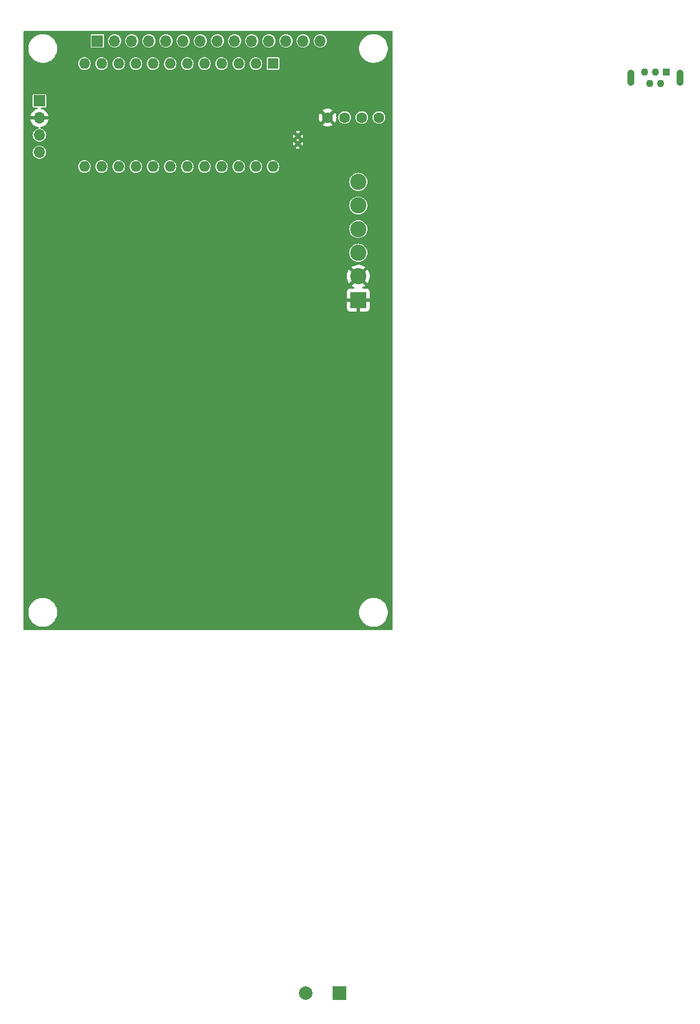
<source format=gbr>
%TF.GenerationSoftware,KiCad,Pcbnew,8.0.3-unknown-1000.20240604git093da7f.fc40*%
%TF.CreationDate,2024-06-05T17:15:31+10:00*%
%TF.ProjectId,l8-kicad,6c382d6b-6963-4616-942e-6b696361645f,1.00*%
%TF.SameCoordinates,Original*%
%TF.FileFunction,Copper,L2,Inr*%
%TF.FilePolarity,Positive*%
%FSLAX46Y46*%
G04 Gerber Fmt 4.6, Leading zero omitted, Abs format (unit mm)*
G04 Created by KiCad (PCBNEW 8.0.3-unknown-1000.20240604git093da7f.fc40) date 2024-06-05 17:15:31*
%MOMM*%
%LPD*%
G01*
G04 APERTURE LIST*
%TA.AperFunction,ComponentPad*%
%ADD10R,1.100000X1.100000*%
%TD*%
%TA.AperFunction,ComponentPad*%
%ADD11C,1.100000*%
%TD*%
%TA.AperFunction,ComponentPad*%
%ADD12O,1.100000X2.400000*%
%TD*%
%TA.AperFunction,ComponentPad*%
%ADD13C,1.600200*%
%TD*%
%TA.AperFunction,ComponentPad*%
%ADD14R,1.700000X1.700000*%
%TD*%
%TA.AperFunction,ComponentPad*%
%ADD15O,1.700000X1.700000*%
%TD*%
%TA.AperFunction,ComponentPad*%
%ADD16R,1.600000X1.600000*%
%TD*%
%TA.AperFunction,ComponentPad*%
%ADD17O,1.600000X1.600000*%
%TD*%
%TA.AperFunction,HeatsinkPad*%
%ADD18C,0.500000*%
%TD*%
%TA.AperFunction,ComponentPad*%
%ADD19R,2.400000X2.400000*%
%TD*%
%TA.AperFunction,ComponentPad*%
%ADD20C,2.400000*%
%TD*%
%TA.AperFunction,ComponentPad*%
%ADD21R,2.000000X2.000000*%
%TD*%
%TA.AperFunction,ComponentPad*%
%ADD22C,2.000000*%
%TD*%
G04 APERTURE END LIST*
D10*
%TO.N,Net-(D10-A)*%
%TO.C,J1*%
X195600000Y-106475000D03*
D11*
%TO.N,/MCU/USB_OTG_FS_DM*%
X194800000Y-108225000D03*
%TO.N,/MCU/USB_OTG_FS_DP*%
X194000000Y-106475000D03*
%TO.N,/MCU/PA10*%
X193200000Y-108225000D03*
%TO.N,GND*%
X192400000Y-106475000D03*
D12*
%TO.N,/MCU/Shield*%
X197650000Y-107350000D03*
X190350000Y-107350000D03*
%TD*%
D13*
%TO.N,GND*%
%TO.C,U1*%
X145440000Y-113225000D03*
%TO.N,+5V*%
X147980000Y-113225000D03*
%TO.N,/GND_ISO*%
X150520000Y-113225000D03*
%TO.N,/+5V_ISO*%
X153060000Y-113225000D03*
%TD*%
D14*
%TO.N,+3.3V*%
%TO.C,J2*%
X111340000Y-101880000D03*
D15*
%TO.N,Net-(J2-GND)*%
X113880000Y-101880000D03*
%TO.N,/SPI3_CS*%
X116420000Y-101880000D03*
%TO.N,/LCD_RESET*%
X118960000Y-101880000D03*
%TO.N,/LCD_DC*%
X121500000Y-101880000D03*
%TO.N,/SPI3_SDO*%
X124040000Y-101880000D03*
%TO.N,/SPI3_SCK*%
X126580000Y-101880000D03*
%TO.N,/LCD_LED*%
X129120000Y-101880000D03*
%TO.N,/SPI3_SDI*%
X131660000Y-101880000D03*
%TO.N,/SPI4_SCK*%
X134200000Y-101880000D03*
%TO.N,/SPI4_CS*%
X136740000Y-101880000D03*
%TO.N,/SPI4_SDO*%
X139280000Y-101880000D03*
%TO.N,/SPI4_SDI*%
X141820000Y-101880000D03*
%TO.N,/SPI4_IRQ*%
X144360000Y-101880000D03*
%TD*%
D14*
%TO.N,+5V*%
%TO.C,PS1*%
X102750000Y-110750000D03*
D15*
%TO.N,GND*%
X102750000Y-113290000D03*
%TO.N,Net-(D1-A)*%
X102750000Y-115830000D03*
%TO.N,unconnected-(PS1-SHDN-Pad4)*%
X102750000Y-118370000D03*
%TD*%
D16*
%TO.N,+3.3V*%
%TO.C,U4*%
X137349100Y-105250000D03*
D17*
X134809100Y-105250000D03*
%TO.N,unconnected-(U4-Pad3)*%
X132269100Y-105250000D03*
%TO.N,unconnected-(U4-Pad4)*%
X129729100Y-105250000D03*
%TO.N,unconnected-(U4-Pad5)*%
X127189100Y-105250000D03*
%TO.N,unconnected-(U4-Pad6)*%
X124649100Y-105250000D03*
%TO.N,unconnected-(U4-Pad7)*%
X122109100Y-105250000D03*
%TO.N,unconnected-(U4-Pad8)*%
X119569100Y-105250000D03*
%TO.N,unconnected-(U4-Pad9)*%
X117029100Y-105250000D03*
%TO.N,unconnected-(U4-Pad10)*%
X114489100Y-105250000D03*
%TO.N,unconnected-(U4-Pad11)*%
X111949100Y-105250000D03*
%TO.N,unconnected-(U4-Pad12)*%
X109409100Y-105250000D03*
%TO.N,Net-(Q1-D)*%
X109409100Y-120490000D03*
%TO.N,/SPI1_IRQ*%
X111949100Y-120490000D03*
%TO.N,/SPI1_IRQ2*%
X114489100Y-120490000D03*
%TO.N,unconnected-(U4-DIL_INT3-Pad16)*%
X117029100Y-120490000D03*
%TO.N,unconnected-(U4-DIL_INT4-Pad17)*%
X119569100Y-120490000D03*
%TO.N,/SPI1_CS2*%
X122109100Y-120490000D03*
%TO.N,/SPI1_CS*%
X124649100Y-120490000D03*
%TO.N,/SPI1_SCK*%
X127189100Y-120490000D03*
%TO.N,/SPI1_SDO*%
X129729100Y-120490000D03*
%TO.N,/SPI1_SDI*%
X132269100Y-120490000D03*
%TO.N,unconnected-(U4-Pad23)*%
X134809100Y-120490000D03*
%TO.N,unconnected-(U4-Pad24)*%
X137349100Y-120490000D03*
%TD*%
D18*
%TO.N,GND*%
%TO.C,U22*%
X141062500Y-115987500D03*
X141062500Y-117087500D03*
%TD*%
D19*
%TO.N,GND*%
%TO.C,J3*%
X150000000Y-140250000D03*
D20*
X150000000Y-136750000D03*
%TO.N,/VBATT*%
X150000000Y-133250000D03*
%TO.N,/CAN_H*%
X150000000Y-129750000D03*
%TO.N,/CAN_L*%
X150000000Y-126250000D03*
%TO.N,/GND_ISO*%
X150000000Y-122750000D03*
%TD*%
D21*
%TO.N,+5V*%
%TO.C,BZ1*%
X147200000Y-242850000D03*
D22*
%TO.N,Net-(BZ1--)*%
X142200000Y-242850000D03*
%TD*%
%TA.AperFunction,Conductor*%
%TO.N,GND*%
G36*
X155061157Y-100401567D02*
G01*
X155106912Y-100454371D01*
X155118118Y-100505882D01*
X155118118Y-188994118D01*
X155098433Y-189061157D01*
X155045629Y-189106912D01*
X154994118Y-189118118D01*
X100505882Y-189118118D01*
X100438843Y-189098433D01*
X100393088Y-189045629D01*
X100381882Y-188994118D01*
X100381882Y-186360554D01*
X101122373Y-186360554D01*
X101122373Y-186639445D01*
X101122374Y-186639462D01*
X101158776Y-186915966D01*
X101230963Y-187185371D01*
X101337693Y-187443040D01*
X101337698Y-187443051D01*
X101477146Y-187684581D01*
X101646931Y-187905850D01*
X101646937Y-187905857D01*
X101844142Y-188103062D01*
X101844149Y-188103068D01*
X102065418Y-188272853D01*
X102306948Y-188412301D01*
X102306953Y-188412303D01*
X102306956Y-188412305D01*
X102564629Y-188519037D01*
X102834030Y-188591223D01*
X103110548Y-188627627D01*
X103110555Y-188627627D01*
X103389445Y-188627627D01*
X103389452Y-188627627D01*
X103665970Y-188591223D01*
X103935371Y-188519037D01*
X104193044Y-188412305D01*
X104434582Y-188272853D01*
X104655852Y-188103067D01*
X104853067Y-187905852D01*
X105022853Y-187684582D01*
X105162305Y-187443044D01*
X105269037Y-187185371D01*
X105341223Y-186915970D01*
X105377627Y-186639452D01*
X105377627Y-186360554D01*
X150122373Y-186360554D01*
X150122373Y-186639445D01*
X150122374Y-186639462D01*
X150158776Y-186915966D01*
X150230963Y-187185371D01*
X150337693Y-187443040D01*
X150337698Y-187443051D01*
X150477146Y-187684581D01*
X150646931Y-187905850D01*
X150646937Y-187905857D01*
X150844142Y-188103062D01*
X150844149Y-188103068D01*
X151065418Y-188272853D01*
X151306948Y-188412301D01*
X151306953Y-188412303D01*
X151306956Y-188412305D01*
X151564629Y-188519037D01*
X151834030Y-188591223D01*
X152110548Y-188627627D01*
X152110555Y-188627627D01*
X152389445Y-188627627D01*
X152389452Y-188627627D01*
X152665970Y-188591223D01*
X152935371Y-188519037D01*
X153193044Y-188412305D01*
X153434582Y-188272853D01*
X153655852Y-188103067D01*
X153853067Y-187905852D01*
X154022853Y-187684582D01*
X154162305Y-187443044D01*
X154269037Y-187185371D01*
X154341223Y-186915970D01*
X154377627Y-186639452D01*
X154377627Y-186360548D01*
X154341223Y-186084030D01*
X154269037Y-185814629D01*
X154162305Y-185556956D01*
X154162303Y-185556953D01*
X154162301Y-185556948D01*
X154022853Y-185315418D01*
X153853068Y-185094149D01*
X153853062Y-185094142D01*
X153655857Y-184896937D01*
X153655850Y-184896931D01*
X153434581Y-184727146D01*
X153193051Y-184587698D01*
X153193040Y-184587693D01*
X152935371Y-184480963D01*
X152665966Y-184408776D01*
X152389462Y-184372374D01*
X152389457Y-184372373D01*
X152389452Y-184372373D01*
X152110548Y-184372373D01*
X152110542Y-184372373D01*
X152110537Y-184372374D01*
X151834033Y-184408776D01*
X151564628Y-184480963D01*
X151306959Y-184587693D01*
X151306948Y-184587698D01*
X151065418Y-184727146D01*
X150844149Y-184896931D01*
X150844142Y-184896937D01*
X150646937Y-185094142D01*
X150646931Y-185094149D01*
X150477146Y-185315418D01*
X150337698Y-185556948D01*
X150337693Y-185556959D01*
X150230963Y-185814628D01*
X150158776Y-186084033D01*
X150122374Y-186360537D01*
X150122373Y-186360554D01*
X105377627Y-186360554D01*
X105377627Y-186360548D01*
X105341223Y-186084030D01*
X105269037Y-185814629D01*
X105162305Y-185556956D01*
X105162303Y-185556953D01*
X105162301Y-185556948D01*
X105022853Y-185315418D01*
X104853068Y-185094149D01*
X104853062Y-185094142D01*
X104655857Y-184896937D01*
X104655850Y-184896931D01*
X104434581Y-184727146D01*
X104193051Y-184587698D01*
X104193040Y-184587693D01*
X103935371Y-184480963D01*
X103665966Y-184408776D01*
X103389462Y-184372374D01*
X103389457Y-184372373D01*
X103389452Y-184372373D01*
X103110548Y-184372373D01*
X103110542Y-184372373D01*
X103110537Y-184372374D01*
X102834033Y-184408776D01*
X102564628Y-184480963D01*
X102306959Y-184587693D01*
X102306948Y-184587698D01*
X102065418Y-184727146D01*
X101844149Y-184896931D01*
X101844142Y-184896937D01*
X101646937Y-185094142D01*
X101646931Y-185094149D01*
X101477146Y-185315418D01*
X101337698Y-185556948D01*
X101337693Y-185556959D01*
X101230963Y-185814628D01*
X101158776Y-186084033D01*
X101122374Y-186360537D01*
X101122373Y-186360554D01*
X100381882Y-186360554D01*
X100381882Y-136749995D01*
X148295233Y-136749995D01*
X148295233Y-136750004D01*
X148314273Y-137004079D01*
X148370968Y-137252477D01*
X148370973Y-137252494D01*
X148464058Y-137489671D01*
X148464057Y-137489671D01*
X148591454Y-137710327D01*
X148591461Y-137710338D01*
X148633452Y-137762991D01*
X148633453Y-137762992D01*
X149435387Y-136961058D01*
X149440889Y-136981591D01*
X149519881Y-137118408D01*
X149631592Y-137230119D01*
X149768409Y-137309111D01*
X149788940Y-137314612D01*
X148986813Y-138116738D01*
X149147616Y-138226371D01*
X149147624Y-138226376D01*
X149330160Y-138314280D01*
X149382020Y-138361102D01*
X149400333Y-138428529D01*
X149379285Y-138495153D01*
X149325559Y-138539822D01*
X149276359Y-138550000D01*
X148752155Y-138550000D01*
X148692627Y-138556401D01*
X148692620Y-138556403D01*
X148557913Y-138606645D01*
X148557906Y-138606649D01*
X148442812Y-138692809D01*
X148442809Y-138692812D01*
X148356649Y-138807906D01*
X148356645Y-138807913D01*
X148306403Y-138942620D01*
X148306401Y-138942627D01*
X148300000Y-139002155D01*
X148300000Y-140000000D01*
X149451518Y-140000000D01*
X149440889Y-140018409D01*
X149400000Y-140171009D01*
X149400000Y-140328991D01*
X149440889Y-140481591D01*
X149451518Y-140500000D01*
X148300000Y-140500000D01*
X148300000Y-141497844D01*
X148306401Y-141557372D01*
X148306403Y-141557379D01*
X148356645Y-141692086D01*
X148356649Y-141692093D01*
X148442809Y-141807187D01*
X148442812Y-141807190D01*
X148557906Y-141893350D01*
X148557913Y-141893354D01*
X148692620Y-141943596D01*
X148692627Y-141943598D01*
X148752155Y-141949999D01*
X148752172Y-141950000D01*
X149750000Y-141950000D01*
X149750000Y-140798482D01*
X149768409Y-140809111D01*
X149921009Y-140850000D01*
X150078991Y-140850000D01*
X150231591Y-140809111D01*
X150250000Y-140798482D01*
X150250000Y-141950000D01*
X151247828Y-141950000D01*
X151247844Y-141949999D01*
X151307372Y-141943598D01*
X151307379Y-141943596D01*
X151442086Y-141893354D01*
X151442093Y-141893350D01*
X151557187Y-141807190D01*
X151557190Y-141807187D01*
X151643350Y-141692093D01*
X151643354Y-141692086D01*
X151693596Y-141557379D01*
X151693598Y-141557372D01*
X151699999Y-141497844D01*
X151700000Y-141497827D01*
X151700000Y-140500000D01*
X150548482Y-140500000D01*
X150559111Y-140481591D01*
X150600000Y-140328991D01*
X150600000Y-140171009D01*
X150559111Y-140018409D01*
X150548482Y-140000000D01*
X151700000Y-140000000D01*
X151700000Y-139002172D01*
X151699999Y-139002155D01*
X151693598Y-138942627D01*
X151693596Y-138942620D01*
X151643354Y-138807913D01*
X151643350Y-138807906D01*
X151557190Y-138692812D01*
X151557187Y-138692809D01*
X151442093Y-138606649D01*
X151442086Y-138606645D01*
X151307379Y-138556403D01*
X151307372Y-138556401D01*
X151247844Y-138550000D01*
X150723641Y-138550000D01*
X150656602Y-138530315D01*
X150610847Y-138477511D01*
X150600903Y-138408353D01*
X150629928Y-138344797D01*
X150669840Y-138314280D01*
X150852376Y-138226376D01*
X150852377Y-138226375D01*
X151013185Y-138116738D01*
X150211060Y-137314612D01*
X150231591Y-137309111D01*
X150368408Y-137230119D01*
X150480119Y-137118408D01*
X150559111Y-136981591D01*
X150564612Y-136961059D01*
X151366544Y-137762992D01*
X151366546Y-137762991D01*
X151408544Y-137710330D01*
X151535941Y-137489671D01*
X151629026Y-137252494D01*
X151629031Y-137252477D01*
X151685726Y-137004079D01*
X151704767Y-136750004D01*
X151704767Y-136749995D01*
X151685726Y-136495920D01*
X151629031Y-136247522D01*
X151629026Y-136247505D01*
X151535941Y-136010328D01*
X151535942Y-136010328D01*
X151408545Y-135789672D01*
X151366545Y-135737006D01*
X150564612Y-136538939D01*
X150559111Y-136518409D01*
X150480119Y-136381592D01*
X150368408Y-136269881D01*
X150231591Y-136190889D01*
X150211059Y-136185387D01*
X151013185Y-135383260D01*
X150852384Y-135273628D01*
X150852376Y-135273623D01*
X150622823Y-135163078D01*
X150622825Y-135163078D01*
X150379347Y-135087975D01*
X150379341Y-135087973D01*
X150127404Y-135050000D01*
X149872595Y-135050000D01*
X149620658Y-135087973D01*
X149620652Y-135087975D01*
X149377175Y-135163078D01*
X149147622Y-135273625D01*
X149147609Y-135273632D01*
X148986813Y-135383259D01*
X149788941Y-136185387D01*
X149768409Y-136190889D01*
X149631592Y-136269881D01*
X149519881Y-136381592D01*
X149440889Y-136518409D01*
X149435387Y-136538941D01*
X148633452Y-135737006D01*
X148591457Y-135789667D01*
X148464058Y-136010328D01*
X148370973Y-136247505D01*
X148370968Y-136247522D01*
X148314273Y-136495920D01*
X148295233Y-136749995D01*
X100381882Y-136749995D01*
X100381882Y-133249999D01*
X148667302Y-133249999D01*
X148667302Y-133250000D01*
X148687548Y-133481416D01*
X148687550Y-133481426D01*
X148747671Y-133705802D01*
X148747673Y-133705806D01*
X148747674Y-133705810D01*
X148834843Y-133892744D01*
X148845849Y-133916347D01*
X148845850Y-133916349D01*
X148979095Y-134106644D01*
X149143355Y-134270904D01*
X149143358Y-134270906D01*
X149333651Y-134404150D01*
X149544190Y-134502326D01*
X149768579Y-134562451D01*
X149953715Y-134578648D01*
X149999999Y-134582698D01*
X150000000Y-134582698D01*
X150000001Y-134582698D01*
X150038570Y-134579323D01*
X150231421Y-134562451D01*
X150455810Y-134502326D01*
X150666349Y-134404150D01*
X150856642Y-134270906D01*
X151020906Y-134106642D01*
X151154150Y-133916349D01*
X151252326Y-133705810D01*
X151312451Y-133481421D01*
X151332698Y-133250000D01*
X151312451Y-133018579D01*
X151252326Y-132794190D01*
X151154150Y-132583651D01*
X151020906Y-132393358D01*
X151020904Y-132393355D01*
X150856644Y-132229095D01*
X150666349Y-132095850D01*
X150666347Y-132095849D01*
X150642744Y-132084843D01*
X150455810Y-131997674D01*
X150455806Y-131997673D01*
X150455802Y-131997671D01*
X150231426Y-131937550D01*
X150231416Y-131937548D01*
X150000001Y-131917302D01*
X149999999Y-131917302D01*
X149768583Y-131937548D01*
X149768573Y-131937550D01*
X149544197Y-131997671D01*
X149544188Y-131997675D01*
X149333652Y-132095849D01*
X149333650Y-132095850D01*
X149143355Y-132229095D01*
X148979095Y-132393355D01*
X148845850Y-132583650D01*
X148845849Y-132583652D01*
X148747675Y-132794188D01*
X148747671Y-132794197D01*
X148687550Y-133018573D01*
X148687548Y-133018583D01*
X148667302Y-133249999D01*
X100381882Y-133249999D01*
X100381882Y-129749999D01*
X148667302Y-129749999D01*
X148667302Y-129750000D01*
X148687548Y-129981416D01*
X148687550Y-129981426D01*
X148747671Y-130205802D01*
X148747673Y-130205806D01*
X148747674Y-130205810D01*
X148834843Y-130392744D01*
X148845849Y-130416347D01*
X148845850Y-130416349D01*
X148979095Y-130606644D01*
X149143355Y-130770904D01*
X149143358Y-130770906D01*
X149333651Y-130904150D01*
X149544190Y-131002326D01*
X149768579Y-131062451D01*
X149953715Y-131078648D01*
X149999999Y-131082698D01*
X150000000Y-131082698D01*
X150000001Y-131082698D01*
X150038570Y-131079323D01*
X150231421Y-131062451D01*
X150455810Y-131002326D01*
X150666349Y-130904150D01*
X150856642Y-130770906D01*
X151020906Y-130606642D01*
X151154150Y-130416349D01*
X151252326Y-130205810D01*
X151312451Y-129981421D01*
X151332698Y-129750000D01*
X151312451Y-129518579D01*
X151252326Y-129294190D01*
X151154150Y-129083651D01*
X151020906Y-128893358D01*
X151020904Y-128893355D01*
X150856644Y-128729095D01*
X150666349Y-128595850D01*
X150666347Y-128595849D01*
X150642744Y-128584843D01*
X150455810Y-128497674D01*
X150455806Y-128497673D01*
X150455802Y-128497671D01*
X150231426Y-128437550D01*
X150231416Y-128437548D01*
X150000001Y-128417302D01*
X149999999Y-128417302D01*
X149768583Y-128437548D01*
X149768573Y-128437550D01*
X149544197Y-128497671D01*
X149544188Y-128497675D01*
X149333652Y-128595849D01*
X149333650Y-128595850D01*
X149143355Y-128729095D01*
X148979095Y-128893355D01*
X148845850Y-129083650D01*
X148845849Y-129083652D01*
X148747675Y-129294188D01*
X148747671Y-129294197D01*
X148687550Y-129518573D01*
X148687548Y-129518583D01*
X148667302Y-129749999D01*
X100381882Y-129749999D01*
X100381882Y-126249999D01*
X148667302Y-126249999D01*
X148667302Y-126250000D01*
X148687548Y-126481416D01*
X148687550Y-126481426D01*
X148747671Y-126705802D01*
X148747673Y-126705806D01*
X148747674Y-126705810D01*
X148834843Y-126892744D01*
X148845849Y-126916347D01*
X148845850Y-126916349D01*
X148979095Y-127106644D01*
X149143355Y-127270904D01*
X149143358Y-127270906D01*
X149333651Y-127404150D01*
X149544190Y-127502326D01*
X149768579Y-127562451D01*
X149953715Y-127578648D01*
X149999999Y-127582698D01*
X150000000Y-127582698D01*
X150000001Y-127582698D01*
X150038570Y-127579323D01*
X150231421Y-127562451D01*
X150455810Y-127502326D01*
X150666349Y-127404150D01*
X150856642Y-127270906D01*
X151020906Y-127106642D01*
X151154150Y-126916349D01*
X151252326Y-126705810D01*
X151312451Y-126481421D01*
X151332698Y-126250000D01*
X151312451Y-126018579D01*
X151252326Y-125794190D01*
X151154150Y-125583651D01*
X151020906Y-125393358D01*
X151020904Y-125393355D01*
X150856644Y-125229095D01*
X150666349Y-125095850D01*
X150666347Y-125095849D01*
X150642744Y-125084843D01*
X150455810Y-124997674D01*
X150455806Y-124997673D01*
X150455802Y-124997671D01*
X150231426Y-124937550D01*
X150231416Y-124937548D01*
X150000001Y-124917302D01*
X149999999Y-124917302D01*
X149768583Y-124937548D01*
X149768573Y-124937550D01*
X149544197Y-124997671D01*
X149544188Y-124997675D01*
X149333652Y-125095849D01*
X149333650Y-125095850D01*
X149143355Y-125229095D01*
X148979095Y-125393355D01*
X148845850Y-125583650D01*
X148845849Y-125583652D01*
X148747675Y-125794188D01*
X148747671Y-125794197D01*
X148687550Y-126018573D01*
X148687548Y-126018583D01*
X148667302Y-126249999D01*
X100381882Y-126249999D01*
X100381882Y-122749999D01*
X148667302Y-122749999D01*
X148667302Y-122750000D01*
X148687548Y-122981416D01*
X148687550Y-122981426D01*
X148747671Y-123205802D01*
X148747673Y-123205806D01*
X148747674Y-123205810D01*
X148834843Y-123392744D01*
X148845849Y-123416347D01*
X148845850Y-123416349D01*
X148979095Y-123606644D01*
X149143355Y-123770904D01*
X149143358Y-123770906D01*
X149333651Y-123904150D01*
X149544190Y-124002326D01*
X149768579Y-124062451D01*
X149953715Y-124078648D01*
X149999999Y-124082698D01*
X150000000Y-124082698D01*
X150000001Y-124082698D01*
X150038570Y-124079323D01*
X150231421Y-124062451D01*
X150455810Y-124002326D01*
X150666349Y-123904150D01*
X150856642Y-123770906D01*
X151020906Y-123606642D01*
X151154150Y-123416349D01*
X151252326Y-123205810D01*
X151312451Y-122981421D01*
X151332698Y-122750000D01*
X151312451Y-122518579D01*
X151252326Y-122294190D01*
X151154150Y-122083651D01*
X151020906Y-121893358D01*
X151020904Y-121893355D01*
X150856644Y-121729095D01*
X150666349Y-121595850D01*
X150666347Y-121595849D01*
X150642744Y-121584843D01*
X150455810Y-121497674D01*
X150455806Y-121497673D01*
X150455802Y-121497671D01*
X150231426Y-121437550D01*
X150231416Y-121437548D01*
X150000001Y-121417302D01*
X149999999Y-121417302D01*
X149768583Y-121437548D01*
X149768573Y-121437550D01*
X149544197Y-121497671D01*
X149544188Y-121497675D01*
X149333652Y-121595849D01*
X149333650Y-121595850D01*
X149143355Y-121729095D01*
X148979095Y-121893355D01*
X148845850Y-122083650D01*
X148845849Y-122083652D01*
X148747675Y-122294188D01*
X148747671Y-122294197D01*
X148687550Y-122518573D01*
X148687548Y-122518583D01*
X148667302Y-122749999D01*
X100381882Y-122749999D01*
X100381882Y-120490000D01*
X108476363Y-120490000D01*
X108496746Y-120683927D01*
X108557002Y-120869378D01*
X108654500Y-121038249D01*
X108784977Y-121183159D01*
X108942731Y-121297774D01*
X109120862Y-121377084D01*
X109120865Y-121377084D01*
X109120868Y-121377086D01*
X109311602Y-121417627D01*
X109506598Y-121417627D01*
X109697332Y-121377086D01*
X109697335Y-121377084D01*
X109697337Y-121377084D01*
X109757339Y-121350368D01*
X109875469Y-121297774D01*
X110033223Y-121183159D01*
X110163700Y-121038249D01*
X110261198Y-120869378D01*
X110321454Y-120683927D01*
X110341837Y-120490000D01*
X111016363Y-120490000D01*
X111036746Y-120683927D01*
X111097002Y-120869378D01*
X111194500Y-121038249D01*
X111324977Y-121183159D01*
X111482731Y-121297774D01*
X111660862Y-121377084D01*
X111660865Y-121377084D01*
X111660868Y-121377086D01*
X111851602Y-121417627D01*
X112046598Y-121417627D01*
X112237332Y-121377086D01*
X112237335Y-121377084D01*
X112237337Y-121377084D01*
X112297339Y-121350368D01*
X112415469Y-121297774D01*
X112573223Y-121183159D01*
X112703700Y-121038249D01*
X112801198Y-120869378D01*
X112861454Y-120683927D01*
X112881837Y-120490000D01*
X113556363Y-120490000D01*
X113576746Y-120683927D01*
X113637002Y-120869378D01*
X113734500Y-121038249D01*
X113864977Y-121183159D01*
X114022731Y-121297774D01*
X114200862Y-121377084D01*
X114200865Y-121377084D01*
X114200868Y-121377086D01*
X114391602Y-121417627D01*
X114586598Y-121417627D01*
X114777332Y-121377086D01*
X114777335Y-121377084D01*
X114777337Y-121377084D01*
X114837339Y-121350368D01*
X114955469Y-121297774D01*
X115113223Y-121183159D01*
X115243700Y-121038249D01*
X115341198Y-120869378D01*
X115401454Y-120683927D01*
X115421837Y-120490000D01*
X116096363Y-120490000D01*
X116116746Y-120683927D01*
X116177002Y-120869378D01*
X116274500Y-121038249D01*
X116404977Y-121183159D01*
X116562731Y-121297774D01*
X116740862Y-121377084D01*
X116740865Y-121377084D01*
X116740868Y-121377086D01*
X116931602Y-121417627D01*
X117126598Y-121417627D01*
X117317332Y-121377086D01*
X117317335Y-121377084D01*
X117317337Y-121377084D01*
X117377339Y-121350368D01*
X117495469Y-121297774D01*
X117653223Y-121183159D01*
X117783700Y-121038249D01*
X117881198Y-120869378D01*
X117941454Y-120683927D01*
X117961837Y-120490000D01*
X118636363Y-120490000D01*
X118656746Y-120683927D01*
X118717002Y-120869378D01*
X118814500Y-121038249D01*
X118944977Y-121183159D01*
X119102731Y-121297774D01*
X119280862Y-121377084D01*
X119280865Y-121377084D01*
X119280868Y-121377086D01*
X119471602Y-121417627D01*
X119666598Y-121417627D01*
X119857332Y-121377086D01*
X119857335Y-121377084D01*
X119857337Y-121377084D01*
X119917339Y-121350368D01*
X120035469Y-121297774D01*
X120193223Y-121183159D01*
X120323700Y-121038249D01*
X120421198Y-120869378D01*
X120481454Y-120683927D01*
X120501837Y-120490000D01*
X121176363Y-120490000D01*
X121196746Y-120683927D01*
X121257002Y-120869378D01*
X121354500Y-121038249D01*
X121484977Y-121183159D01*
X121642731Y-121297774D01*
X121820862Y-121377084D01*
X121820865Y-121377084D01*
X121820868Y-121377086D01*
X122011602Y-121417627D01*
X122206598Y-121417627D01*
X122397332Y-121377086D01*
X122397335Y-121377084D01*
X122397337Y-121377084D01*
X122457339Y-121350368D01*
X122575469Y-121297774D01*
X122733223Y-121183159D01*
X122863700Y-121038249D01*
X122961198Y-120869378D01*
X123021454Y-120683927D01*
X123041837Y-120490000D01*
X123716363Y-120490000D01*
X123736746Y-120683927D01*
X123797002Y-120869378D01*
X123894500Y-121038249D01*
X124024977Y-121183159D01*
X124182731Y-121297774D01*
X124360862Y-121377084D01*
X124360865Y-121377084D01*
X124360868Y-121377086D01*
X124551602Y-121417627D01*
X124746598Y-121417627D01*
X124937332Y-121377086D01*
X124937335Y-121377084D01*
X124937337Y-121377084D01*
X124997339Y-121350368D01*
X125115469Y-121297774D01*
X125273223Y-121183159D01*
X125403700Y-121038249D01*
X125501198Y-120869378D01*
X125561454Y-120683927D01*
X125581837Y-120490000D01*
X126256363Y-120490000D01*
X126276746Y-120683927D01*
X126337002Y-120869378D01*
X126434500Y-121038249D01*
X126564977Y-121183159D01*
X126722731Y-121297774D01*
X126900862Y-121377084D01*
X126900865Y-121377084D01*
X126900868Y-121377086D01*
X127091602Y-121417627D01*
X127286598Y-121417627D01*
X127477332Y-121377086D01*
X127477335Y-121377084D01*
X127477337Y-121377084D01*
X127537339Y-121350368D01*
X127655469Y-121297774D01*
X127813223Y-121183159D01*
X127943700Y-121038249D01*
X128041198Y-120869378D01*
X128101454Y-120683927D01*
X128121837Y-120490000D01*
X128796363Y-120490000D01*
X128816746Y-120683927D01*
X128877002Y-120869378D01*
X128974500Y-121038249D01*
X129104977Y-121183159D01*
X129262731Y-121297774D01*
X129440862Y-121377084D01*
X129440865Y-121377084D01*
X129440868Y-121377086D01*
X129631602Y-121417627D01*
X129826598Y-121417627D01*
X130017332Y-121377086D01*
X130017335Y-121377084D01*
X130017337Y-121377084D01*
X130077339Y-121350368D01*
X130195469Y-121297774D01*
X130353223Y-121183159D01*
X130483700Y-121038249D01*
X130581198Y-120869378D01*
X130641454Y-120683927D01*
X130661837Y-120490000D01*
X131336363Y-120490000D01*
X131356746Y-120683927D01*
X131417002Y-120869378D01*
X131514500Y-121038249D01*
X131644977Y-121183159D01*
X131802731Y-121297774D01*
X131980862Y-121377084D01*
X131980865Y-121377084D01*
X131980868Y-121377086D01*
X132171602Y-121417627D01*
X132366598Y-121417627D01*
X132557332Y-121377086D01*
X132557335Y-121377084D01*
X132557337Y-121377084D01*
X132617339Y-121350368D01*
X132735469Y-121297774D01*
X132893223Y-121183159D01*
X133023700Y-121038249D01*
X133121198Y-120869378D01*
X133181454Y-120683927D01*
X133201837Y-120490000D01*
X133876363Y-120490000D01*
X133896746Y-120683927D01*
X133957002Y-120869378D01*
X134054500Y-121038249D01*
X134184977Y-121183159D01*
X134342731Y-121297774D01*
X134520862Y-121377084D01*
X134520865Y-121377084D01*
X134520868Y-121377086D01*
X134711602Y-121417627D01*
X134906598Y-121417627D01*
X135097332Y-121377086D01*
X135097335Y-121377084D01*
X135097337Y-121377084D01*
X135157339Y-121350368D01*
X135275469Y-121297774D01*
X135433223Y-121183159D01*
X135563700Y-121038249D01*
X135661198Y-120869378D01*
X135721454Y-120683927D01*
X135741837Y-120490000D01*
X136416363Y-120490000D01*
X136436746Y-120683927D01*
X136497002Y-120869378D01*
X136594500Y-121038249D01*
X136724977Y-121183159D01*
X136882731Y-121297774D01*
X137060862Y-121377084D01*
X137060865Y-121377084D01*
X137060868Y-121377086D01*
X137251602Y-121417627D01*
X137446598Y-121417627D01*
X137637332Y-121377086D01*
X137637335Y-121377084D01*
X137637337Y-121377084D01*
X137697339Y-121350368D01*
X137815469Y-121297774D01*
X137973223Y-121183159D01*
X138103700Y-121038249D01*
X138201198Y-120869378D01*
X138261454Y-120683927D01*
X138281837Y-120490000D01*
X138261454Y-120296073D01*
X138201198Y-120110622D01*
X138103700Y-119941751D01*
X137973223Y-119796841D01*
X137815469Y-119682226D01*
X137815468Y-119682225D01*
X137637337Y-119602915D01*
X137637329Y-119602913D01*
X137446598Y-119562373D01*
X137251602Y-119562373D01*
X137060870Y-119602913D01*
X137060862Y-119602915D01*
X136882732Y-119682225D01*
X136882727Y-119682228D01*
X136724978Y-119796840D01*
X136724972Y-119796845D01*
X136594499Y-119941751D01*
X136497001Y-120110623D01*
X136436746Y-120296071D01*
X136436746Y-120296073D01*
X136416363Y-120490000D01*
X135741837Y-120490000D01*
X135721454Y-120296073D01*
X135661198Y-120110622D01*
X135563700Y-119941751D01*
X135433223Y-119796841D01*
X135275469Y-119682226D01*
X135275468Y-119682225D01*
X135097337Y-119602915D01*
X135097329Y-119602913D01*
X134906598Y-119562373D01*
X134711602Y-119562373D01*
X134520870Y-119602913D01*
X134520862Y-119602915D01*
X134342732Y-119682225D01*
X134342727Y-119682228D01*
X134184978Y-119796840D01*
X134184972Y-119796845D01*
X134054499Y-119941751D01*
X133957001Y-120110623D01*
X133896746Y-120296071D01*
X133896746Y-120296073D01*
X133876363Y-120490000D01*
X133201837Y-120490000D01*
X133181454Y-120296073D01*
X133121198Y-120110622D01*
X133023700Y-119941751D01*
X132893223Y-119796841D01*
X132735469Y-119682226D01*
X132735468Y-119682225D01*
X132557337Y-119602915D01*
X132557329Y-119602913D01*
X132366598Y-119562373D01*
X132171602Y-119562373D01*
X131980870Y-119602913D01*
X131980862Y-119602915D01*
X131802732Y-119682225D01*
X131802727Y-119682228D01*
X131644978Y-119796840D01*
X131644972Y-119796845D01*
X131514499Y-119941751D01*
X131417001Y-120110623D01*
X131356746Y-120296071D01*
X131356746Y-120296073D01*
X131336363Y-120490000D01*
X130661837Y-120490000D01*
X130641454Y-120296073D01*
X130581198Y-120110622D01*
X130483700Y-119941751D01*
X130353223Y-119796841D01*
X130195469Y-119682226D01*
X130195468Y-119682225D01*
X130017337Y-119602915D01*
X130017329Y-119602913D01*
X129826598Y-119562373D01*
X129631602Y-119562373D01*
X129440870Y-119602913D01*
X129440862Y-119602915D01*
X129262732Y-119682225D01*
X129262727Y-119682228D01*
X129104978Y-119796840D01*
X129104972Y-119796845D01*
X128974499Y-119941751D01*
X128877001Y-120110623D01*
X128816746Y-120296071D01*
X128816746Y-120296073D01*
X128796363Y-120490000D01*
X128121837Y-120490000D01*
X128101454Y-120296073D01*
X128041198Y-120110622D01*
X127943700Y-119941751D01*
X127813223Y-119796841D01*
X127655469Y-119682226D01*
X127655468Y-119682225D01*
X127477337Y-119602915D01*
X127477329Y-119602913D01*
X127286598Y-119562373D01*
X127091602Y-119562373D01*
X126900870Y-119602913D01*
X126900862Y-119602915D01*
X126722732Y-119682225D01*
X126722727Y-119682228D01*
X126564978Y-119796840D01*
X126564972Y-119796845D01*
X126434499Y-119941751D01*
X126337001Y-120110623D01*
X126276746Y-120296071D01*
X126276746Y-120296073D01*
X126256363Y-120490000D01*
X125581837Y-120490000D01*
X125561454Y-120296073D01*
X125501198Y-120110622D01*
X125403700Y-119941751D01*
X125273223Y-119796841D01*
X125115469Y-119682226D01*
X125115468Y-119682225D01*
X124937337Y-119602915D01*
X124937329Y-119602913D01*
X124746598Y-119562373D01*
X124551602Y-119562373D01*
X124360870Y-119602913D01*
X124360862Y-119602915D01*
X124182732Y-119682225D01*
X124182727Y-119682228D01*
X124024978Y-119796840D01*
X124024972Y-119796845D01*
X123894499Y-119941751D01*
X123797001Y-120110623D01*
X123736746Y-120296071D01*
X123736746Y-120296073D01*
X123716363Y-120490000D01*
X123041837Y-120490000D01*
X123021454Y-120296073D01*
X122961198Y-120110622D01*
X122863700Y-119941751D01*
X122733223Y-119796841D01*
X122575469Y-119682226D01*
X122575468Y-119682225D01*
X122397337Y-119602915D01*
X122397329Y-119602913D01*
X122206598Y-119562373D01*
X122011602Y-119562373D01*
X121820870Y-119602913D01*
X121820862Y-119602915D01*
X121642732Y-119682225D01*
X121642727Y-119682228D01*
X121484978Y-119796840D01*
X121484972Y-119796845D01*
X121354499Y-119941751D01*
X121257001Y-120110623D01*
X121196746Y-120296071D01*
X121196746Y-120296073D01*
X121176363Y-120490000D01*
X120501837Y-120490000D01*
X120481454Y-120296073D01*
X120421198Y-120110622D01*
X120323700Y-119941751D01*
X120193223Y-119796841D01*
X120035469Y-119682226D01*
X120035468Y-119682225D01*
X119857337Y-119602915D01*
X119857329Y-119602913D01*
X119666598Y-119562373D01*
X119471602Y-119562373D01*
X119280870Y-119602913D01*
X119280862Y-119602915D01*
X119102732Y-119682225D01*
X119102727Y-119682228D01*
X118944978Y-119796840D01*
X118944972Y-119796845D01*
X118814499Y-119941751D01*
X118717001Y-120110623D01*
X118656746Y-120296071D01*
X118656746Y-120296073D01*
X118636363Y-120490000D01*
X117961837Y-120490000D01*
X117941454Y-120296073D01*
X117881198Y-120110622D01*
X117783700Y-119941751D01*
X117653223Y-119796841D01*
X117495469Y-119682226D01*
X117495468Y-119682225D01*
X117317337Y-119602915D01*
X117317329Y-119602913D01*
X117126598Y-119562373D01*
X116931602Y-119562373D01*
X116740870Y-119602913D01*
X116740862Y-119602915D01*
X116562732Y-119682225D01*
X116562727Y-119682228D01*
X116404978Y-119796840D01*
X116404972Y-119796845D01*
X116274499Y-119941751D01*
X116177001Y-120110623D01*
X116116746Y-120296071D01*
X116116746Y-120296073D01*
X116096363Y-120490000D01*
X115421837Y-120490000D01*
X115401454Y-120296073D01*
X115341198Y-120110622D01*
X115243700Y-119941751D01*
X115113223Y-119796841D01*
X114955469Y-119682226D01*
X114955468Y-119682225D01*
X114777337Y-119602915D01*
X114777329Y-119602913D01*
X114586598Y-119562373D01*
X114391602Y-119562373D01*
X114200870Y-119602913D01*
X114200862Y-119602915D01*
X114022732Y-119682225D01*
X114022727Y-119682228D01*
X113864978Y-119796840D01*
X113864972Y-119796845D01*
X113734499Y-119941751D01*
X113637001Y-120110623D01*
X113576746Y-120296071D01*
X113576746Y-120296073D01*
X113556363Y-120490000D01*
X112881837Y-120490000D01*
X112861454Y-120296073D01*
X112801198Y-120110622D01*
X112703700Y-119941751D01*
X112573223Y-119796841D01*
X112415469Y-119682226D01*
X112415468Y-119682225D01*
X112237337Y-119602915D01*
X112237329Y-119602913D01*
X112046598Y-119562373D01*
X111851602Y-119562373D01*
X111660870Y-119602913D01*
X111660862Y-119602915D01*
X111482732Y-119682225D01*
X111482727Y-119682228D01*
X111324978Y-119796840D01*
X111324972Y-119796845D01*
X111194499Y-119941751D01*
X111097001Y-120110623D01*
X111036746Y-120296071D01*
X111036746Y-120296073D01*
X111016363Y-120490000D01*
X110341837Y-120490000D01*
X110321454Y-120296073D01*
X110261198Y-120110622D01*
X110163700Y-119941751D01*
X110033223Y-119796841D01*
X109875469Y-119682226D01*
X109875468Y-119682225D01*
X109697337Y-119602915D01*
X109697329Y-119602913D01*
X109506598Y-119562373D01*
X109311602Y-119562373D01*
X109120870Y-119602913D01*
X109120862Y-119602915D01*
X108942732Y-119682225D01*
X108942727Y-119682228D01*
X108784978Y-119796840D01*
X108784972Y-119796845D01*
X108654499Y-119941751D01*
X108557001Y-120110623D01*
X108496746Y-120296071D01*
X108496746Y-120296073D01*
X108476363Y-120490000D01*
X100381882Y-120490000D01*
X100381882Y-118370000D01*
X101767643Y-118370000D01*
X101786518Y-118561646D01*
X101842421Y-118745935D01*
X101933202Y-118915771D01*
X102055368Y-119064631D01*
X102204228Y-119186797D01*
X102204232Y-119186800D01*
X102374068Y-119277580D01*
X102558352Y-119333481D01*
X102558351Y-119333481D01*
X102575534Y-119335173D01*
X102750000Y-119352357D01*
X102941648Y-119333481D01*
X103125932Y-119277580D01*
X103295768Y-119186800D01*
X103444631Y-119064631D01*
X103566800Y-118915768D01*
X103657580Y-118745932D01*
X103713481Y-118561648D01*
X103732357Y-118370000D01*
X103713481Y-118178352D01*
X103657580Y-117994068D01*
X103566800Y-117824232D01*
X103566055Y-117823324D01*
X103520460Y-117767766D01*
X140735785Y-117767766D01*
X140894556Y-117823324D01*
X141062496Y-117842246D01*
X141062504Y-117842246D01*
X141230443Y-117823324D01*
X141389213Y-117767767D01*
X141389214Y-117767766D01*
X141062501Y-117441053D01*
X141062500Y-117441053D01*
X140735785Y-117767766D01*
X103520460Y-117767766D01*
X103444631Y-117675368D01*
X103295771Y-117553202D01*
X103295769Y-117553201D01*
X103295768Y-117553200D01*
X103228439Y-117517211D01*
X103125935Y-117462421D01*
X102967015Y-117414214D01*
X102941648Y-117406519D01*
X102941646Y-117406518D01*
X102941648Y-117406518D01*
X102750000Y-117387643D01*
X102558353Y-117406518D01*
X102374064Y-117462421D01*
X102204228Y-117553202D01*
X102055368Y-117675368D01*
X101933202Y-117824228D01*
X101842421Y-117994064D01*
X101786518Y-118178353D01*
X101767643Y-118370000D01*
X100381882Y-118370000D01*
X100381882Y-117087496D01*
X140307754Y-117087496D01*
X140307754Y-117087503D01*
X140326675Y-117255438D01*
X140326676Y-117255443D01*
X140382232Y-117414214D01*
X140708947Y-117087500D01*
X140689056Y-117067609D01*
X140962500Y-117067609D01*
X140962500Y-117107391D01*
X140977724Y-117144145D01*
X141005855Y-117172276D01*
X141042609Y-117187500D01*
X141082391Y-117187500D01*
X141119145Y-117172276D01*
X141147276Y-117144145D01*
X141162500Y-117107391D01*
X141162500Y-117087499D01*
X141416053Y-117087499D01*
X141416053Y-117087501D01*
X141742766Y-117414214D01*
X141742767Y-117414213D01*
X141798324Y-117255443D01*
X141817246Y-117087503D01*
X141817246Y-117087496D01*
X141798324Y-116919556D01*
X141742766Y-116760785D01*
X141416053Y-117087499D01*
X141162500Y-117087499D01*
X141162500Y-117067609D01*
X141147276Y-117030855D01*
X141119145Y-117002724D01*
X141082391Y-116987500D01*
X141042609Y-116987500D01*
X141005855Y-117002724D01*
X140977724Y-117030855D01*
X140962500Y-117067609D01*
X140689056Y-117067609D01*
X140382232Y-116760785D01*
X140326676Y-116919553D01*
X140326675Y-116919558D01*
X140307754Y-117087496D01*
X100381882Y-117087496D01*
X100381882Y-113039999D01*
X101419364Y-113039999D01*
X101419364Y-113040000D01*
X102316988Y-113040000D01*
X102284075Y-113097007D01*
X102250000Y-113224174D01*
X102250000Y-113355826D01*
X102284075Y-113482993D01*
X102316988Y-113540000D01*
X101419364Y-113540000D01*
X101476567Y-113753486D01*
X101476570Y-113753492D01*
X101576399Y-113967578D01*
X101711894Y-114161082D01*
X101878917Y-114328105D01*
X102072421Y-114463600D01*
X102286507Y-114563429D01*
X102286516Y-114563433D01*
X102514674Y-114624567D01*
X102528411Y-114625769D01*
X102593481Y-114651220D01*
X102634461Y-114707809D01*
X102638342Y-114777571D01*
X102603890Y-114838356D01*
X102553604Y-114867959D01*
X102489893Y-114887285D01*
X102374068Y-114922420D01*
X102374065Y-114922421D01*
X102374063Y-114922422D01*
X102204228Y-115013202D01*
X102055368Y-115135368D01*
X101933202Y-115284228D01*
X101842421Y-115454064D01*
X101786518Y-115638353D01*
X101767643Y-115830000D01*
X101786518Y-116021646D01*
X101842421Y-116205935D01*
X101933202Y-116375771D01*
X102055368Y-116524631D01*
X102204228Y-116646797D01*
X102204232Y-116646800D01*
X102374068Y-116737580D01*
X102558352Y-116793481D01*
X102558351Y-116793481D01*
X102575534Y-116795173D01*
X102750000Y-116812357D01*
X102941648Y-116793481D01*
X103125932Y-116737580D01*
X103295768Y-116646800D01*
X103428950Y-116537500D01*
X140866053Y-116537500D01*
X141062500Y-116733947D01*
X141258947Y-116537500D01*
X141062500Y-116341053D01*
X140866053Y-116537500D01*
X103428950Y-116537500D01*
X103444631Y-116524631D01*
X103566800Y-116375768D01*
X103657580Y-116205932D01*
X103713481Y-116021648D01*
X103716845Y-115987496D01*
X140307754Y-115987496D01*
X140307754Y-115987503D01*
X140326675Y-116155438D01*
X140326676Y-116155443D01*
X140382232Y-116314214D01*
X140708947Y-115987500D01*
X140689056Y-115967609D01*
X140962500Y-115967609D01*
X140962500Y-116007391D01*
X140977724Y-116044145D01*
X141005855Y-116072276D01*
X141042609Y-116087500D01*
X141082391Y-116087500D01*
X141119145Y-116072276D01*
X141147276Y-116044145D01*
X141162500Y-116007391D01*
X141162500Y-115987499D01*
X141416053Y-115987499D01*
X141416053Y-115987501D01*
X141742766Y-116314214D01*
X141742767Y-116314213D01*
X141798324Y-116155443D01*
X141817246Y-115987503D01*
X141817246Y-115987496D01*
X141798324Y-115819556D01*
X141742766Y-115660785D01*
X141416053Y-115987499D01*
X141162500Y-115987499D01*
X141162500Y-115967609D01*
X141147276Y-115930855D01*
X141119145Y-115902724D01*
X141082391Y-115887500D01*
X141042609Y-115887500D01*
X141005855Y-115902724D01*
X140977724Y-115930855D01*
X140962500Y-115967609D01*
X140689056Y-115967609D01*
X140382232Y-115660785D01*
X140326676Y-115819553D01*
X140326675Y-115819558D01*
X140307754Y-115987496D01*
X103716845Y-115987496D01*
X103732357Y-115830000D01*
X103713481Y-115638352D01*
X103657580Y-115454068D01*
X103579094Y-115307232D01*
X140735785Y-115307232D01*
X141062500Y-115633947D01*
X141062501Y-115633947D01*
X141389214Y-115307232D01*
X141230443Y-115251676D01*
X141230438Y-115251675D01*
X141062504Y-115232754D01*
X141062496Y-115232754D01*
X140894558Y-115251675D01*
X140894553Y-115251676D01*
X140735785Y-115307232D01*
X103579094Y-115307232D01*
X103566800Y-115284232D01*
X103524553Y-115232754D01*
X103444631Y-115135368D01*
X103295771Y-115013202D01*
X103295769Y-115013201D01*
X103295768Y-115013200D01*
X103228439Y-114977211D01*
X103125935Y-114922421D01*
X102946396Y-114867959D01*
X102887957Y-114829661D01*
X102859501Y-114765849D01*
X102870061Y-114696782D01*
X102916285Y-114644388D01*
X102971588Y-114625769D01*
X102985325Y-114624567D01*
X102985326Y-114624567D01*
X103213483Y-114563433D01*
X103213492Y-114563429D01*
X103427578Y-114463600D01*
X103621082Y-114328105D01*
X103788105Y-114161082D01*
X103923600Y-113967578D01*
X104023429Y-113753492D01*
X104023432Y-113753486D01*
X104080636Y-113540000D01*
X103183012Y-113540000D01*
X103215925Y-113482993D01*
X103250000Y-113355826D01*
X103250000Y-113224999D01*
X144134934Y-113224999D01*
X144134934Y-113225000D01*
X144154760Y-113451617D01*
X144154762Y-113451627D01*
X144213636Y-113671351D01*
X144213640Y-113671360D01*
X144309780Y-113877533D01*
X144309782Y-113877537D01*
X144360901Y-113950543D01*
X144360902Y-113950543D01*
X144919396Y-113392049D01*
X144931116Y-113435787D01*
X145003011Y-113560313D01*
X145104687Y-113661989D01*
X145229213Y-113733884D01*
X145272949Y-113745603D01*
X144714455Y-114304096D01*
X144787469Y-114355221D01*
X144993639Y-114451359D01*
X144993648Y-114451363D01*
X145213372Y-114510237D01*
X145213382Y-114510239D01*
X145439999Y-114530066D01*
X145440001Y-114530066D01*
X145666617Y-114510239D01*
X145666627Y-114510237D01*
X145886351Y-114451363D01*
X145886360Y-114451359D01*
X146092532Y-114355220D01*
X146092536Y-114355218D01*
X146165543Y-114304097D01*
X146165543Y-114304096D01*
X145607050Y-113745603D01*
X145650787Y-113733884D01*
X145775313Y-113661989D01*
X145876989Y-113560313D01*
X145948884Y-113435787D01*
X145960603Y-113392050D01*
X146519096Y-113950543D01*
X146519097Y-113950543D01*
X146570218Y-113877536D01*
X146570220Y-113877532D01*
X146666359Y-113671360D01*
X146666363Y-113671351D01*
X146725237Y-113451627D01*
X146725239Y-113451617D01*
X146745066Y-113225000D01*
X147047163Y-113225000D01*
X147067548Y-113418950D01*
X147067549Y-113418952D01*
X147127808Y-113604413D01*
X147127811Y-113604419D01*
X147225319Y-113773308D01*
X147355810Y-113918233D01*
X147400281Y-113950543D01*
X147513582Y-114032862D01*
X147581971Y-114063309D01*
X147691738Y-114112181D01*
X147882492Y-114152727D01*
X147882493Y-114152727D01*
X148077506Y-114152727D01*
X148077508Y-114152727D01*
X148268262Y-114112181D01*
X148446419Y-114032861D01*
X148604190Y-113918233D01*
X148734681Y-113773308D01*
X148832189Y-113604419D01*
X148892452Y-113418948D01*
X148912837Y-113225000D01*
X149587163Y-113225000D01*
X149607548Y-113418950D01*
X149607549Y-113418952D01*
X149667808Y-113604413D01*
X149667811Y-113604419D01*
X149765319Y-113773308D01*
X149895810Y-113918233D01*
X149940281Y-113950543D01*
X150053582Y-114032862D01*
X150121971Y-114063309D01*
X150231738Y-114112181D01*
X150422492Y-114152727D01*
X150422493Y-114152727D01*
X150617506Y-114152727D01*
X150617508Y-114152727D01*
X150808262Y-114112181D01*
X150986419Y-114032861D01*
X151144190Y-113918233D01*
X151274681Y-113773308D01*
X151372189Y-113604419D01*
X151432452Y-113418948D01*
X151452837Y-113225000D01*
X152127163Y-113225000D01*
X152147548Y-113418950D01*
X152147549Y-113418952D01*
X152207808Y-113604413D01*
X152207811Y-113604419D01*
X152305319Y-113773308D01*
X152435810Y-113918233D01*
X152480281Y-113950543D01*
X152593582Y-114032862D01*
X152661971Y-114063309D01*
X152771738Y-114112181D01*
X152962492Y-114152727D01*
X152962493Y-114152727D01*
X153157506Y-114152727D01*
X153157508Y-114152727D01*
X153348262Y-114112181D01*
X153526419Y-114032861D01*
X153684190Y-113918233D01*
X153814681Y-113773308D01*
X153912189Y-113604419D01*
X153972452Y-113418948D01*
X153992837Y-113225000D01*
X153972452Y-113031052D01*
X153942320Y-112938316D01*
X153912191Y-112845586D01*
X153912188Y-112845580D01*
X153901180Y-112826513D01*
X153814681Y-112676692D01*
X153684190Y-112531767D01*
X153528879Y-112418926D01*
X153526417Y-112417137D01*
X153389638Y-112356241D01*
X153348262Y-112337819D01*
X153348260Y-112337818D01*
X153208997Y-112308217D01*
X153157508Y-112297273D01*
X152962492Y-112297273D01*
X152929054Y-112304380D01*
X152771738Y-112337818D01*
X152771733Y-112337820D01*
X152593582Y-112417138D01*
X152435807Y-112531769D01*
X152435804Y-112531771D01*
X152305318Y-112676692D01*
X152207811Y-112845580D01*
X152207808Y-112845586D01*
X152147549Y-113031047D01*
X152147548Y-113031049D01*
X152127163Y-113225000D01*
X151452837Y-113225000D01*
X151432452Y-113031052D01*
X151402320Y-112938316D01*
X151372191Y-112845586D01*
X151372188Y-112845580D01*
X151361180Y-112826513D01*
X151274681Y-112676692D01*
X151144190Y-112531767D01*
X150988879Y-112418926D01*
X150986417Y-112417137D01*
X150849638Y-112356241D01*
X150808262Y-112337819D01*
X150808260Y-112337818D01*
X150668997Y-112308217D01*
X150617508Y-112297273D01*
X150422492Y-112297273D01*
X150389054Y-112304380D01*
X150231738Y-112337818D01*
X150231733Y-112337820D01*
X150053582Y-112417138D01*
X149895807Y-112531769D01*
X149895804Y-112531771D01*
X149765318Y-112676692D01*
X149667811Y-112845580D01*
X149667808Y-112845586D01*
X149607549Y-113031047D01*
X149607548Y-113031049D01*
X149587163Y-113225000D01*
X148912837Y-113225000D01*
X148892452Y-113031052D01*
X148862320Y-112938316D01*
X148832191Y-112845586D01*
X148832188Y-112845580D01*
X148821180Y-112826513D01*
X148734681Y-112676692D01*
X148604190Y-112531767D01*
X148448879Y-112418926D01*
X148446417Y-112417137D01*
X148309638Y-112356241D01*
X148268262Y-112337819D01*
X148268260Y-112337818D01*
X148128997Y-112308217D01*
X148077508Y-112297273D01*
X147882492Y-112297273D01*
X147849054Y-112304380D01*
X147691738Y-112337818D01*
X147691733Y-112337820D01*
X147513582Y-112417138D01*
X147355807Y-112531769D01*
X147355804Y-112531771D01*
X147225318Y-112676692D01*
X147127811Y-112845580D01*
X147127808Y-112845586D01*
X147067549Y-113031047D01*
X147067548Y-113031049D01*
X147047163Y-113225000D01*
X146745066Y-113225000D01*
X146745066Y-113224999D01*
X146725239Y-112998382D01*
X146725237Y-112998372D01*
X146666363Y-112778648D01*
X146666359Y-112778639D01*
X146570221Y-112572469D01*
X146519096Y-112499455D01*
X145960602Y-113057948D01*
X145948884Y-113014213D01*
X145876989Y-112889687D01*
X145775313Y-112788011D01*
X145650787Y-112716116D01*
X145607049Y-112704396D01*
X146165543Y-112145902D01*
X146165543Y-112145901D01*
X146092537Y-112094782D01*
X146092533Y-112094780D01*
X145886360Y-111998640D01*
X145886351Y-111998636D01*
X145666627Y-111939762D01*
X145666617Y-111939760D01*
X145440001Y-111919934D01*
X145439999Y-111919934D01*
X145213382Y-111939760D01*
X145213372Y-111939762D01*
X144993648Y-111998636D01*
X144993639Y-111998640D01*
X144787463Y-112094782D01*
X144714456Y-112145901D01*
X144714455Y-112145902D01*
X145272950Y-112704396D01*
X145229213Y-112716116D01*
X145104687Y-112788011D01*
X145003011Y-112889687D01*
X144931116Y-113014213D01*
X144919396Y-113057949D01*
X144360902Y-112499455D01*
X144360901Y-112499456D01*
X144309782Y-112572463D01*
X144213640Y-112778639D01*
X144213636Y-112778648D01*
X144154762Y-112998372D01*
X144154760Y-112998382D01*
X144134934Y-113224999D01*
X103250000Y-113224999D01*
X103250000Y-113224174D01*
X103215925Y-113097007D01*
X103183012Y-113040000D01*
X104080636Y-113040000D01*
X104080635Y-113039999D01*
X104023432Y-112826513D01*
X104023429Y-112826507D01*
X103923600Y-112612422D01*
X103923599Y-112612420D01*
X103788113Y-112418926D01*
X103788108Y-112418920D01*
X103621082Y-112251894D01*
X103427578Y-112116399D01*
X103213492Y-112016570D01*
X103213483Y-112016566D01*
X103044926Y-111971402D01*
X102985265Y-111935037D01*
X102954736Y-111872190D01*
X102963031Y-111802815D01*
X103007516Y-111748937D01*
X103074068Y-111727662D01*
X103077019Y-111727627D01*
X103612570Y-111727627D01*
X103612571Y-111727626D01*
X103649797Y-111720222D01*
X103692014Y-111692014D01*
X103720222Y-111649797D01*
X103727627Y-111612569D01*
X103727627Y-109887431D01*
X103720222Y-109850203D01*
X103720222Y-109850202D01*
X103692014Y-109807986D01*
X103692013Y-109807985D01*
X103649797Y-109779777D01*
X103612573Y-109772373D01*
X103612569Y-109772373D01*
X101887431Y-109772373D01*
X101887426Y-109772373D01*
X101850203Y-109779777D01*
X101850202Y-109779777D01*
X101807986Y-109807985D01*
X101807985Y-109807986D01*
X101779777Y-109850202D01*
X101779777Y-109850203D01*
X101772373Y-109887426D01*
X101772373Y-111612573D01*
X101779777Y-111649796D01*
X101779777Y-111649797D01*
X101807985Y-111692013D01*
X101807986Y-111692014D01*
X101850202Y-111720222D01*
X101887426Y-111727626D01*
X101887430Y-111727627D01*
X102422981Y-111727627D01*
X102490020Y-111747312D01*
X102535775Y-111800116D01*
X102545719Y-111869274D01*
X102516694Y-111932830D01*
X102457916Y-111970604D01*
X102455074Y-111971402D01*
X102286516Y-112016566D01*
X102286507Y-112016570D01*
X102072422Y-112116399D01*
X102072420Y-112116400D01*
X101878926Y-112251886D01*
X101878920Y-112251891D01*
X101711891Y-112418920D01*
X101711886Y-112418926D01*
X101576400Y-112612420D01*
X101576399Y-112612422D01*
X101476570Y-112826507D01*
X101476567Y-112826513D01*
X101419364Y-113039999D01*
X100381882Y-113039999D01*
X100381882Y-105250000D01*
X108476363Y-105250000D01*
X108496746Y-105443927D01*
X108557002Y-105629378D01*
X108654500Y-105798249D01*
X108784977Y-105943159D01*
X108942731Y-106057774D01*
X109120862Y-106137084D01*
X109120865Y-106137084D01*
X109120868Y-106137086D01*
X109311602Y-106177627D01*
X109506598Y-106177627D01*
X109697332Y-106137086D01*
X109697335Y-106137084D01*
X109697337Y-106137084D01*
X109781086Y-106099796D01*
X109875469Y-106057774D01*
X110033223Y-105943159D01*
X110163700Y-105798249D01*
X110261198Y-105629378D01*
X110321454Y-105443927D01*
X110341837Y-105250000D01*
X111016363Y-105250000D01*
X111036746Y-105443927D01*
X111097002Y-105629378D01*
X111194500Y-105798249D01*
X111324977Y-105943159D01*
X111482731Y-106057774D01*
X111660862Y-106137084D01*
X111660865Y-106137084D01*
X111660868Y-106137086D01*
X111851602Y-106177627D01*
X112046598Y-106177627D01*
X112237332Y-106137086D01*
X112237335Y-106137084D01*
X112237337Y-106137084D01*
X112321086Y-106099796D01*
X112415469Y-106057774D01*
X112573223Y-105943159D01*
X112703700Y-105798249D01*
X112801198Y-105629378D01*
X112861454Y-105443927D01*
X112881837Y-105250000D01*
X113556363Y-105250000D01*
X113576746Y-105443927D01*
X113637002Y-105629378D01*
X113734500Y-105798249D01*
X113864977Y-105943159D01*
X114022731Y-106057774D01*
X114200862Y-106137084D01*
X114200865Y-106137084D01*
X114200868Y-106137086D01*
X114391602Y-106177627D01*
X114586598Y-106177627D01*
X114777332Y-106137086D01*
X114777335Y-106137084D01*
X114777337Y-106137084D01*
X114861086Y-106099796D01*
X114955469Y-106057774D01*
X115113223Y-105943159D01*
X115243700Y-105798249D01*
X115341198Y-105629378D01*
X115401454Y-105443927D01*
X115421837Y-105250000D01*
X116096363Y-105250000D01*
X116116746Y-105443927D01*
X116177002Y-105629378D01*
X116274500Y-105798249D01*
X116404977Y-105943159D01*
X116562731Y-106057774D01*
X116740862Y-106137084D01*
X116740865Y-106137084D01*
X116740868Y-106137086D01*
X116931602Y-106177627D01*
X117126598Y-106177627D01*
X117317332Y-106137086D01*
X117317335Y-106137084D01*
X117317337Y-106137084D01*
X117401086Y-106099796D01*
X117495469Y-106057774D01*
X117653223Y-105943159D01*
X117783700Y-105798249D01*
X117881198Y-105629378D01*
X117941454Y-105443927D01*
X117961837Y-105250000D01*
X118636363Y-105250000D01*
X118656746Y-105443927D01*
X118717002Y-105629378D01*
X118814500Y-105798249D01*
X118944977Y-105943159D01*
X119102731Y-106057774D01*
X119280862Y-106137084D01*
X119280865Y-106137084D01*
X119280868Y-106137086D01*
X119471602Y-106177627D01*
X119666598Y-106177627D01*
X119857332Y-106137086D01*
X119857335Y-106137084D01*
X119857337Y-106137084D01*
X119941086Y-106099796D01*
X120035469Y-106057774D01*
X120193223Y-105943159D01*
X120323700Y-105798249D01*
X120421198Y-105629378D01*
X120481454Y-105443927D01*
X120501837Y-105250000D01*
X121176363Y-105250000D01*
X121196746Y-105443927D01*
X121257002Y-105629378D01*
X121354500Y-105798249D01*
X121484977Y-105943159D01*
X121642731Y-106057774D01*
X121820862Y-106137084D01*
X121820865Y-106137084D01*
X121820868Y-106137086D01*
X122011602Y-106177627D01*
X122206598Y-106177627D01*
X122397332Y-106137086D01*
X122397335Y-106137084D01*
X122397337Y-106137084D01*
X122481086Y-106099796D01*
X122575469Y-106057774D01*
X122733223Y-105943159D01*
X122863700Y-105798249D01*
X122961198Y-105629378D01*
X123021454Y-105443927D01*
X123041837Y-105250000D01*
X123716363Y-105250000D01*
X123736746Y-105443927D01*
X123797002Y-105629378D01*
X123894500Y-105798249D01*
X124024977Y-105943159D01*
X124182731Y-106057774D01*
X124360862Y-106137084D01*
X124360865Y-106137084D01*
X124360868Y-106137086D01*
X124551602Y-106177627D01*
X124746598Y-106177627D01*
X124937332Y-106137086D01*
X124937335Y-106137084D01*
X124937337Y-106137084D01*
X125021086Y-106099796D01*
X125115469Y-106057774D01*
X125273223Y-105943159D01*
X125403700Y-105798249D01*
X125501198Y-105629378D01*
X125561454Y-105443927D01*
X125581837Y-105250000D01*
X126256363Y-105250000D01*
X126276746Y-105443927D01*
X126337002Y-105629378D01*
X126434500Y-105798249D01*
X126564977Y-105943159D01*
X126722731Y-106057774D01*
X126900862Y-106137084D01*
X126900865Y-106137084D01*
X126900868Y-106137086D01*
X127091602Y-106177627D01*
X127286598Y-106177627D01*
X127477332Y-106137086D01*
X127477335Y-106137084D01*
X127477337Y-106137084D01*
X127561086Y-106099796D01*
X127655469Y-106057774D01*
X127813223Y-105943159D01*
X127943700Y-105798249D01*
X128041198Y-105629378D01*
X128101454Y-105443927D01*
X128121837Y-105250000D01*
X128796363Y-105250000D01*
X128816746Y-105443927D01*
X128877002Y-105629378D01*
X128974500Y-105798249D01*
X129104977Y-105943159D01*
X129262731Y-106057774D01*
X129440862Y-106137084D01*
X129440865Y-106137084D01*
X129440868Y-106137086D01*
X129631602Y-106177627D01*
X129826598Y-106177627D01*
X130017332Y-106137086D01*
X130017335Y-106137084D01*
X130017337Y-106137084D01*
X130101086Y-106099796D01*
X130195469Y-106057774D01*
X130353223Y-105943159D01*
X130483700Y-105798249D01*
X130581198Y-105629378D01*
X130641454Y-105443927D01*
X130661837Y-105250000D01*
X131336363Y-105250000D01*
X131356746Y-105443927D01*
X131417002Y-105629378D01*
X131514500Y-105798249D01*
X131644977Y-105943159D01*
X131802731Y-106057774D01*
X131980862Y-106137084D01*
X131980865Y-106137084D01*
X131980868Y-106137086D01*
X132171602Y-106177627D01*
X132366598Y-106177627D01*
X132557332Y-106137086D01*
X132557335Y-106137084D01*
X132557337Y-106137084D01*
X132641086Y-106099796D01*
X132735469Y-106057774D01*
X132893223Y-105943159D01*
X133023700Y-105798249D01*
X133121198Y-105629378D01*
X133181454Y-105443927D01*
X133201837Y-105250000D01*
X133876363Y-105250000D01*
X133896746Y-105443927D01*
X133957002Y-105629378D01*
X134054500Y-105798249D01*
X134184977Y-105943159D01*
X134342731Y-106057774D01*
X134520862Y-106137084D01*
X134520865Y-106137084D01*
X134520868Y-106137086D01*
X134711602Y-106177627D01*
X134906598Y-106177627D01*
X135097332Y-106137086D01*
X135097335Y-106137084D01*
X135097337Y-106137084D01*
X135181086Y-106099796D01*
X135275469Y-106057774D01*
X135433223Y-105943159D01*
X135563700Y-105798249D01*
X135661198Y-105629378D01*
X135721454Y-105443927D01*
X135741837Y-105250000D01*
X135721454Y-105056073D01*
X135661198Y-104870622D01*
X135563700Y-104701751D01*
X135433223Y-104556841D01*
X135275469Y-104442226D01*
X135275468Y-104442225D01*
X135264689Y-104437426D01*
X136421473Y-104437426D01*
X136421473Y-106062573D01*
X136428877Y-106099796D01*
X136428877Y-106099797D01*
X136457085Y-106142013D01*
X136457086Y-106142014D01*
X136499302Y-106170222D01*
X136536526Y-106177626D01*
X136536530Y-106177627D01*
X136536531Y-106177627D01*
X138161670Y-106177627D01*
X138161671Y-106177626D01*
X138198897Y-106170222D01*
X138241114Y-106142014D01*
X138269322Y-106099797D01*
X138276727Y-106062569D01*
X138276727Y-104437431D01*
X138269322Y-104400203D01*
X138269322Y-104400202D01*
X138241114Y-104357986D01*
X138241113Y-104357985D01*
X138198897Y-104329777D01*
X138161673Y-104322373D01*
X138161669Y-104322373D01*
X136536531Y-104322373D01*
X136536526Y-104322373D01*
X136499303Y-104329777D01*
X136499302Y-104329777D01*
X136457086Y-104357985D01*
X136457085Y-104357986D01*
X136428877Y-104400202D01*
X136428877Y-104400203D01*
X136421473Y-104437426D01*
X135264689Y-104437426D01*
X135097337Y-104362915D01*
X135097329Y-104362913D01*
X134906598Y-104322373D01*
X134711602Y-104322373D01*
X134520870Y-104362913D01*
X134520862Y-104362915D01*
X134342732Y-104442225D01*
X134342727Y-104442228D01*
X134184978Y-104556840D01*
X134184972Y-104556845D01*
X134054499Y-104701751D01*
X133957001Y-104870623D01*
X133896746Y-105056071D01*
X133889225Y-105127625D01*
X133876363Y-105250000D01*
X133201837Y-105250000D01*
X133181454Y-105056073D01*
X133121198Y-104870622D01*
X133023700Y-104701751D01*
X132893223Y-104556841D01*
X132735469Y-104442226D01*
X132735468Y-104442225D01*
X132557337Y-104362915D01*
X132557329Y-104362913D01*
X132366598Y-104322373D01*
X132171602Y-104322373D01*
X131980870Y-104362913D01*
X131980862Y-104362915D01*
X131802732Y-104442225D01*
X131802727Y-104442228D01*
X131644978Y-104556840D01*
X131644972Y-104556845D01*
X131514499Y-104701751D01*
X131417001Y-104870623D01*
X131356746Y-105056071D01*
X131349225Y-105127625D01*
X131336363Y-105250000D01*
X130661837Y-105250000D01*
X130641454Y-105056073D01*
X130581198Y-104870622D01*
X130483700Y-104701751D01*
X130353223Y-104556841D01*
X130195469Y-104442226D01*
X130195468Y-104442225D01*
X130017337Y-104362915D01*
X130017329Y-104362913D01*
X129826598Y-104322373D01*
X129631602Y-104322373D01*
X129440870Y-104362913D01*
X129440862Y-104362915D01*
X129262732Y-104442225D01*
X129262727Y-104442228D01*
X129104978Y-104556840D01*
X129104972Y-104556845D01*
X128974499Y-104701751D01*
X128877001Y-104870623D01*
X128816746Y-105056071D01*
X128809225Y-105127625D01*
X128796363Y-105250000D01*
X128121837Y-105250000D01*
X128101454Y-105056073D01*
X128041198Y-104870622D01*
X127943700Y-104701751D01*
X127813223Y-104556841D01*
X127655469Y-104442226D01*
X127655468Y-104442225D01*
X127477337Y-104362915D01*
X127477329Y-104362913D01*
X127286598Y-104322373D01*
X127091602Y-104322373D01*
X126900870Y-104362913D01*
X126900862Y-104362915D01*
X126722732Y-104442225D01*
X126722727Y-104442228D01*
X126564978Y-104556840D01*
X126564972Y-104556845D01*
X126434499Y-104701751D01*
X126337001Y-104870623D01*
X126276746Y-105056071D01*
X126269225Y-105127625D01*
X126256363Y-105250000D01*
X125581837Y-105250000D01*
X125561454Y-105056073D01*
X125501198Y-104870622D01*
X125403700Y-104701751D01*
X125273223Y-104556841D01*
X125115469Y-104442226D01*
X125115468Y-104442225D01*
X124937337Y-104362915D01*
X124937329Y-104362913D01*
X124746598Y-104322373D01*
X124551602Y-104322373D01*
X124360870Y-104362913D01*
X124360862Y-104362915D01*
X124182732Y-104442225D01*
X124182727Y-104442228D01*
X124024978Y-104556840D01*
X124024972Y-104556845D01*
X123894499Y-104701751D01*
X123797001Y-104870623D01*
X123736746Y-105056071D01*
X123729225Y-105127625D01*
X123716363Y-105250000D01*
X123041837Y-105250000D01*
X123021454Y-105056073D01*
X122961198Y-104870622D01*
X122863700Y-104701751D01*
X122733223Y-104556841D01*
X122575469Y-104442226D01*
X122575468Y-104442225D01*
X122397337Y-104362915D01*
X122397329Y-104362913D01*
X122206598Y-104322373D01*
X122011602Y-104322373D01*
X121820870Y-104362913D01*
X121820862Y-104362915D01*
X121642732Y-104442225D01*
X121642727Y-104442228D01*
X121484978Y-104556840D01*
X121484972Y-104556845D01*
X121354499Y-104701751D01*
X121257001Y-104870623D01*
X121196746Y-105056071D01*
X121189225Y-105127625D01*
X121176363Y-105250000D01*
X120501837Y-105250000D01*
X120481454Y-105056073D01*
X120421198Y-104870622D01*
X120323700Y-104701751D01*
X120193223Y-104556841D01*
X120035469Y-104442226D01*
X120035468Y-104442225D01*
X119857337Y-104362915D01*
X119857329Y-104362913D01*
X119666598Y-104322373D01*
X119471602Y-104322373D01*
X119280870Y-104362913D01*
X119280862Y-104362915D01*
X119102732Y-104442225D01*
X119102727Y-104442228D01*
X118944978Y-104556840D01*
X118944972Y-104556845D01*
X118814499Y-104701751D01*
X118717001Y-104870623D01*
X118656746Y-105056071D01*
X118649225Y-105127625D01*
X118636363Y-105250000D01*
X117961837Y-105250000D01*
X117941454Y-105056073D01*
X117881198Y-104870622D01*
X117783700Y-104701751D01*
X117653223Y-104556841D01*
X117495469Y-104442226D01*
X117495468Y-104442225D01*
X117317337Y-104362915D01*
X117317329Y-104362913D01*
X117126598Y-104322373D01*
X116931602Y-104322373D01*
X116740870Y-104362913D01*
X116740862Y-104362915D01*
X116562732Y-104442225D01*
X116562727Y-104442228D01*
X116404978Y-104556840D01*
X116404972Y-104556845D01*
X116274499Y-104701751D01*
X116177001Y-104870623D01*
X116116746Y-105056071D01*
X116109225Y-105127625D01*
X116096363Y-105250000D01*
X115421837Y-105250000D01*
X115401454Y-105056073D01*
X115341198Y-104870622D01*
X115243700Y-104701751D01*
X115113223Y-104556841D01*
X114955469Y-104442226D01*
X114955468Y-104442225D01*
X114777337Y-104362915D01*
X114777329Y-104362913D01*
X114586598Y-104322373D01*
X114391602Y-104322373D01*
X114200870Y-104362913D01*
X114200862Y-104362915D01*
X114022732Y-104442225D01*
X114022727Y-104442228D01*
X113864978Y-104556840D01*
X113864972Y-104556845D01*
X113734499Y-104701751D01*
X113637001Y-104870623D01*
X113576746Y-105056071D01*
X113569225Y-105127625D01*
X113556363Y-105250000D01*
X112881837Y-105250000D01*
X112861454Y-105056073D01*
X112801198Y-104870622D01*
X112703700Y-104701751D01*
X112573223Y-104556841D01*
X112415469Y-104442226D01*
X112415468Y-104442225D01*
X112237337Y-104362915D01*
X112237329Y-104362913D01*
X112046598Y-104322373D01*
X111851602Y-104322373D01*
X111660870Y-104362913D01*
X111660862Y-104362915D01*
X111482732Y-104442225D01*
X111482727Y-104442228D01*
X111324978Y-104556840D01*
X111324972Y-104556845D01*
X111194499Y-104701751D01*
X111097001Y-104870623D01*
X111036746Y-105056071D01*
X111029225Y-105127625D01*
X111016363Y-105250000D01*
X110341837Y-105250000D01*
X110321454Y-105056073D01*
X110261198Y-104870622D01*
X110163700Y-104701751D01*
X110033223Y-104556841D01*
X109875469Y-104442226D01*
X109875468Y-104442225D01*
X109697337Y-104362915D01*
X109697329Y-104362913D01*
X109506598Y-104322373D01*
X109311602Y-104322373D01*
X109120870Y-104362913D01*
X109120862Y-104362915D01*
X108942732Y-104442225D01*
X108942727Y-104442228D01*
X108784978Y-104556840D01*
X108784972Y-104556845D01*
X108654499Y-104701751D01*
X108557001Y-104870623D01*
X108496746Y-105056071D01*
X108489225Y-105127625D01*
X108476363Y-105250000D01*
X100381882Y-105250000D01*
X100381882Y-102860554D01*
X101122373Y-102860554D01*
X101122373Y-103139445D01*
X101122374Y-103139462D01*
X101158776Y-103415966D01*
X101230963Y-103685371D01*
X101337693Y-103943040D01*
X101337698Y-103943051D01*
X101477146Y-104184581D01*
X101646931Y-104405850D01*
X101646937Y-104405857D01*
X101844142Y-104603062D01*
X101844149Y-104603068D01*
X102065418Y-104772853D01*
X102306948Y-104912301D01*
X102306953Y-104912303D01*
X102306956Y-104912305D01*
X102564629Y-105019037D01*
X102834030Y-105091223D01*
X103110548Y-105127627D01*
X103110555Y-105127627D01*
X103389445Y-105127627D01*
X103389452Y-105127627D01*
X103665970Y-105091223D01*
X103935371Y-105019037D01*
X104193044Y-104912305D01*
X104434582Y-104772853D01*
X104655852Y-104603067D01*
X104853067Y-104405852D01*
X105022853Y-104184582D01*
X105162305Y-103943044D01*
X105269037Y-103685371D01*
X105341223Y-103415970D01*
X105377627Y-103139452D01*
X105377627Y-102860548D01*
X105341223Y-102584030D01*
X105269037Y-102314629D01*
X105162305Y-102056956D01*
X105162303Y-102056953D01*
X105162301Y-102056948D01*
X105022853Y-101815418D01*
X104853068Y-101594149D01*
X104853062Y-101594142D01*
X104655857Y-101396937D01*
X104655850Y-101396931D01*
X104434581Y-101227146D01*
X104193051Y-101087698D01*
X104193040Y-101087693D01*
X104023400Y-101017426D01*
X110362373Y-101017426D01*
X110362373Y-102742573D01*
X110369777Y-102779796D01*
X110369777Y-102779797D01*
X110397985Y-102822013D01*
X110397986Y-102822014D01*
X110440202Y-102850222D01*
X110477426Y-102857626D01*
X110477430Y-102857627D01*
X110477431Y-102857627D01*
X112202570Y-102857627D01*
X112202571Y-102857626D01*
X112239797Y-102850222D01*
X112282014Y-102822014D01*
X112310222Y-102779797D01*
X112317627Y-102742569D01*
X112317627Y-101880000D01*
X112897643Y-101880000D01*
X112916518Y-102071646D01*
X112972421Y-102255935D01*
X113063202Y-102425771D01*
X113185368Y-102574631D01*
X113334228Y-102696797D01*
X113334232Y-102696800D01*
X113504068Y-102787580D01*
X113688352Y-102843481D01*
X113688351Y-102843481D01*
X113705534Y-102845173D01*
X113880000Y-102862357D01*
X114071648Y-102843481D01*
X114255932Y-102787580D01*
X114425768Y-102696800D01*
X114574631Y-102574631D01*
X114696800Y-102425768D01*
X114787580Y-102255932D01*
X114843481Y-102071648D01*
X114862357Y-101880000D01*
X115437643Y-101880000D01*
X115456518Y-102071646D01*
X115512421Y-102255935D01*
X115603202Y-102425771D01*
X115725368Y-102574631D01*
X115874228Y-102696797D01*
X115874232Y-102696800D01*
X116044068Y-102787580D01*
X116228352Y-102843481D01*
X116228351Y-102843481D01*
X116245534Y-102845173D01*
X116420000Y-102862357D01*
X116611648Y-102843481D01*
X116795932Y-102787580D01*
X116965768Y-102696800D01*
X117114631Y-102574631D01*
X117236800Y-102425768D01*
X117327580Y-102255932D01*
X117383481Y-102071648D01*
X117402357Y-101880000D01*
X117977643Y-101880000D01*
X117996518Y-102071646D01*
X118052421Y-102255935D01*
X118143202Y-102425771D01*
X118265368Y-102574631D01*
X118414228Y-102696797D01*
X118414232Y-102696800D01*
X118584068Y-102787580D01*
X118768352Y-102843481D01*
X118768351Y-102843481D01*
X118785534Y-102845173D01*
X118960000Y-102862357D01*
X119151648Y-102843481D01*
X119335932Y-102787580D01*
X119505768Y-102696800D01*
X119654631Y-102574631D01*
X119776800Y-102425768D01*
X119867580Y-102255932D01*
X119923481Y-102071648D01*
X119942357Y-101880000D01*
X120517643Y-101880000D01*
X120536518Y-102071646D01*
X120592421Y-102255935D01*
X120683202Y-102425771D01*
X120805368Y-102574631D01*
X120954228Y-102696797D01*
X120954232Y-102696800D01*
X121124068Y-102787580D01*
X121308352Y-102843481D01*
X121308351Y-102843481D01*
X121325534Y-102845173D01*
X121500000Y-102862357D01*
X121691648Y-102843481D01*
X121875932Y-102787580D01*
X122045768Y-102696800D01*
X122194631Y-102574631D01*
X122316800Y-102425768D01*
X122407580Y-102255932D01*
X122463481Y-102071648D01*
X122482357Y-101880000D01*
X123057643Y-101880000D01*
X123076518Y-102071646D01*
X123132421Y-102255935D01*
X123223202Y-102425771D01*
X123345368Y-102574631D01*
X123494228Y-102696797D01*
X123494232Y-102696800D01*
X123664068Y-102787580D01*
X123848352Y-102843481D01*
X123848351Y-102843481D01*
X123865534Y-102845173D01*
X124040000Y-102862357D01*
X124231648Y-102843481D01*
X124415932Y-102787580D01*
X124585768Y-102696800D01*
X124734631Y-102574631D01*
X124856800Y-102425768D01*
X124947580Y-102255932D01*
X125003481Y-102071648D01*
X125022357Y-101880000D01*
X125597643Y-101880000D01*
X125616518Y-102071646D01*
X125672421Y-102255935D01*
X125763202Y-102425771D01*
X125885368Y-102574631D01*
X126034228Y-102696797D01*
X126034232Y-102696800D01*
X126204068Y-102787580D01*
X126388352Y-102843481D01*
X126388351Y-102843481D01*
X126405534Y-102845173D01*
X126580000Y-102862357D01*
X126771648Y-102843481D01*
X126955932Y-102787580D01*
X127125768Y-102696800D01*
X127274631Y-102574631D01*
X127396800Y-102425768D01*
X127487580Y-102255932D01*
X127543481Y-102071648D01*
X127562357Y-101880000D01*
X128137643Y-101880000D01*
X128156518Y-102071646D01*
X128212421Y-102255935D01*
X128303202Y-102425771D01*
X128425368Y-102574631D01*
X128574228Y-102696797D01*
X128574232Y-102696800D01*
X128744068Y-102787580D01*
X128928352Y-102843481D01*
X128928351Y-102843481D01*
X128945534Y-102845173D01*
X129120000Y-102862357D01*
X129311648Y-102843481D01*
X129495932Y-102787580D01*
X129665768Y-102696800D01*
X129814631Y-102574631D01*
X129936800Y-102425768D01*
X130027580Y-102255932D01*
X130083481Y-102071648D01*
X130102357Y-101880000D01*
X130677643Y-101880000D01*
X130696518Y-102071646D01*
X130752421Y-102255935D01*
X130843202Y-102425771D01*
X130965368Y-102574631D01*
X131114228Y-102696797D01*
X131114232Y-102696800D01*
X131284068Y-102787580D01*
X131468352Y-102843481D01*
X131468351Y-102843481D01*
X131485534Y-102845173D01*
X131660000Y-102862357D01*
X131851648Y-102843481D01*
X132035932Y-102787580D01*
X132205768Y-102696800D01*
X132354631Y-102574631D01*
X132476800Y-102425768D01*
X132567580Y-102255932D01*
X132623481Y-102071648D01*
X132642357Y-101880000D01*
X133217643Y-101880000D01*
X133236518Y-102071646D01*
X133292421Y-102255935D01*
X133383202Y-102425771D01*
X133505368Y-102574631D01*
X133654228Y-102696797D01*
X133654232Y-102696800D01*
X133824068Y-102787580D01*
X134008352Y-102843481D01*
X134008351Y-102843481D01*
X134025534Y-102845173D01*
X134200000Y-102862357D01*
X134391648Y-102843481D01*
X134575932Y-102787580D01*
X134745768Y-102696800D01*
X134894631Y-102574631D01*
X135016800Y-102425768D01*
X135107580Y-102255932D01*
X135163481Y-102071648D01*
X135182357Y-101880000D01*
X135757643Y-101880000D01*
X135776518Y-102071646D01*
X135832421Y-102255935D01*
X135923202Y-102425771D01*
X136045368Y-102574631D01*
X136194228Y-102696797D01*
X136194232Y-102696800D01*
X136364068Y-102787580D01*
X136548352Y-102843481D01*
X136548351Y-102843481D01*
X136565534Y-102845173D01*
X136740000Y-102862357D01*
X136931648Y-102843481D01*
X137115932Y-102787580D01*
X137285768Y-102696800D01*
X137434631Y-102574631D01*
X137556800Y-102425768D01*
X137647580Y-102255932D01*
X137703481Y-102071648D01*
X137722357Y-101880000D01*
X138297643Y-101880000D01*
X138316518Y-102071646D01*
X138372421Y-102255935D01*
X138463202Y-102425771D01*
X138585368Y-102574631D01*
X138734228Y-102696797D01*
X138734232Y-102696800D01*
X138904068Y-102787580D01*
X139088352Y-102843481D01*
X139088351Y-102843481D01*
X139105534Y-102845173D01*
X139280000Y-102862357D01*
X139471648Y-102843481D01*
X139655932Y-102787580D01*
X139825768Y-102696800D01*
X139974631Y-102574631D01*
X140096800Y-102425768D01*
X140187580Y-102255932D01*
X140243481Y-102071648D01*
X140262357Y-101880000D01*
X140837643Y-101880000D01*
X140856518Y-102071646D01*
X140912421Y-102255935D01*
X141003202Y-102425771D01*
X141125368Y-102574631D01*
X141274228Y-102696797D01*
X141274232Y-102696800D01*
X141444068Y-102787580D01*
X141628352Y-102843481D01*
X141628351Y-102843481D01*
X141645534Y-102845173D01*
X141820000Y-102862357D01*
X142011648Y-102843481D01*
X142195932Y-102787580D01*
X142365768Y-102696800D01*
X142514631Y-102574631D01*
X142636800Y-102425768D01*
X142727580Y-102255932D01*
X142783481Y-102071648D01*
X142802357Y-101880000D01*
X143377643Y-101880000D01*
X143396518Y-102071646D01*
X143452421Y-102255935D01*
X143543202Y-102425771D01*
X143665368Y-102574631D01*
X143814228Y-102696797D01*
X143814232Y-102696800D01*
X143984068Y-102787580D01*
X144168352Y-102843481D01*
X144168351Y-102843481D01*
X144185534Y-102845173D01*
X144360000Y-102862357D01*
X144378306Y-102860554D01*
X150122373Y-102860554D01*
X150122373Y-103139445D01*
X150122374Y-103139462D01*
X150158776Y-103415966D01*
X150230963Y-103685371D01*
X150337693Y-103943040D01*
X150337698Y-103943051D01*
X150477146Y-104184581D01*
X150646931Y-104405850D01*
X150646937Y-104405857D01*
X150844142Y-104603062D01*
X150844149Y-104603068D01*
X151065418Y-104772853D01*
X151306948Y-104912301D01*
X151306953Y-104912303D01*
X151306956Y-104912305D01*
X151564629Y-105019037D01*
X151834030Y-105091223D01*
X152110548Y-105127627D01*
X152110555Y-105127627D01*
X152389445Y-105127627D01*
X152389452Y-105127627D01*
X152665970Y-105091223D01*
X152935371Y-105019037D01*
X153193044Y-104912305D01*
X153434582Y-104772853D01*
X153655852Y-104603067D01*
X153853067Y-104405852D01*
X154022853Y-104184582D01*
X154162305Y-103943044D01*
X154269037Y-103685371D01*
X154341223Y-103415970D01*
X154377627Y-103139452D01*
X154377627Y-102860548D01*
X154341223Y-102584030D01*
X154269037Y-102314629D01*
X154162305Y-102056956D01*
X154162303Y-102056953D01*
X154162301Y-102056948D01*
X154022853Y-101815418D01*
X153853068Y-101594149D01*
X153853062Y-101594142D01*
X153655857Y-101396937D01*
X153655850Y-101396931D01*
X153434581Y-101227146D01*
X153193051Y-101087698D01*
X153193040Y-101087693D01*
X152935371Y-100980963D01*
X152694863Y-100916519D01*
X152665970Y-100908777D01*
X152665969Y-100908776D01*
X152665966Y-100908776D01*
X152389462Y-100872374D01*
X152389457Y-100872373D01*
X152389452Y-100872373D01*
X152110548Y-100872373D01*
X152110542Y-100872373D01*
X152110537Y-100872374D01*
X151834033Y-100908776D01*
X151564628Y-100980963D01*
X151306959Y-101087693D01*
X151306948Y-101087698D01*
X151065418Y-101227146D01*
X150844149Y-101396931D01*
X150844142Y-101396937D01*
X150646937Y-101594142D01*
X150646931Y-101594149D01*
X150477146Y-101815418D01*
X150337698Y-102056948D01*
X150337693Y-102056959D01*
X150230963Y-102314628D01*
X150158776Y-102584033D01*
X150122374Y-102860537D01*
X150122373Y-102860554D01*
X144378306Y-102860554D01*
X144551648Y-102843481D01*
X144735932Y-102787580D01*
X144905768Y-102696800D01*
X145054631Y-102574631D01*
X145176800Y-102425768D01*
X145267580Y-102255932D01*
X145323481Y-102071648D01*
X145342357Y-101880000D01*
X145323481Y-101688352D01*
X145267580Y-101504068D01*
X145176800Y-101334232D01*
X145176797Y-101334228D01*
X145054631Y-101185368D01*
X144905771Y-101063202D01*
X144905769Y-101063201D01*
X144905768Y-101063200D01*
X144820132Y-101017426D01*
X144735935Y-100972421D01*
X144622413Y-100937985D01*
X144551648Y-100916519D01*
X144551646Y-100916518D01*
X144551648Y-100916518D01*
X144360000Y-100897643D01*
X144168353Y-100916518D01*
X143984064Y-100972421D01*
X143814228Y-101063202D01*
X143665368Y-101185368D01*
X143543202Y-101334228D01*
X143452421Y-101504064D01*
X143396518Y-101688353D01*
X143377643Y-101880000D01*
X142802357Y-101880000D01*
X142783481Y-101688352D01*
X142727580Y-101504068D01*
X142636800Y-101334232D01*
X142636797Y-101334228D01*
X142514631Y-101185368D01*
X142365771Y-101063202D01*
X142365769Y-101063201D01*
X142365768Y-101063200D01*
X142280132Y-101017426D01*
X142195935Y-100972421D01*
X142082413Y-100937985D01*
X142011648Y-100916519D01*
X142011646Y-100916518D01*
X142011648Y-100916518D01*
X141820000Y-100897643D01*
X141628353Y-100916518D01*
X141444064Y-100972421D01*
X141274228Y-101063202D01*
X141125368Y-101185368D01*
X141003202Y-101334228D01*
X140912421Y-101504064D01*
X140856518Y-101688353D01*
X140837643Y-101880000D01*
X140262357Y-101880000D01*
X140243481Y-101688352D01*
X140187580Y-101504068D01*
X140096800Y-101334232D01*
X140096797Y-101334228D01*
X139974631Y-101185368D01*
X139825771Y-101063202D01*
X139825769Y-101063201D01*
X139825768Y-101063200D01*
X139740132Y-101017426D01*
X139655935Y-100972421D01*
X139542413Y-100937985D01*
X139471648Y-100916519D01*
X139471646Y-100916518D01*
X139471648Y-100916518D01*
X139280000Y-100897643D01*
X139088353Y-100916518D01*
X138904064Y-100972421D01*
X138734228Y-101063202D01*
X138585368Y-101185368D01*
X138463202Y-101334228D01*
X138372421Y-101504064D01*
X138316518Y-101688353D01*
X138297643Y-101880000D01*
X137722357Y-101880000D01*
X137703481Y-101688352D01*
X137647580Y-101504068D01*
X137556800Y-101334232D01*
X137556797Y-101334228D01*
X137434631Y-101185368D01*
X137285771Y-101063202D01*
X137285769Y-101063201D01*
X137285768Y-101063200D01*
X137200132Y-101017426D01*
X137115935Y-100972421D01*
X137002413Y-100937985D01*
X136931648Y-100916519D01*
X136931646Y-100916518D01*
X136931648Y-100916518D01*
X136740000Y-100897643D01*
X136548353Y-100916518D01*
X136364064Y-100972421D01*
X136194228Y-101063202D01*
X136045368Y-101185368D01*
X135923202Y-101334228D01*
X135832421Y-101504064D01*
X135776518Y-101688353D01*
X135757643Y-101880000D01*
X135182357Y-101880000D01*
X135163481Y-101688352D01*
X135107580Y-101504068D01*
X135016800Y-101334232D01*
X135016797Y-101334228D01*
X134894631Y-101185368D01*
X134745771Y-101063202D01*
X134745769Y-101063201D01*
X134745768Y-101063200D01*
X134660132Y-101017426D01*
X134575935Y-100972421D01*
X134462413Y-100937985D01*
X134391648Y-100916519D01*
X134391646Y-100916518D01*
X134391648Y-100916518D01*
X134200000Y-100897643D01*
X134008353Y-100916518D01*
X133824064Y-100972421D01*
X133654228Y-101063202D01*
X133505368Y-101185368D01*
X133383202Y-101334228D01*
X133292421Y-101504064D01*
X133236518Y-101688353D01*
X133217643Y-101880000D01*
X132642357Y-101880000D01*
X132623481Y-101688352D01*
X132567580Y-101504068D01*
X132476800Y-101334232D01*
X132476797Y-101334228D01*
X132354631Y-101185368D01*
X132205771Y-101063202D01*
X132205769Y-101063201D01*
X132205768Y-101063200D01*
X132120132Y-101017426D01*
X132035935Y-100972421D01*
X131922413Y-100937985D01*
X131851648Y-100916519D01*
X131851646Y-100916518D01*
X131851648Y-100916518D01*
X131660000Y-100897643D01*
X131468353Y-100916518D01*
X131284064Y-100972421D01*
X131114228Y-101063202D01*
X130965368Y-101185368D01*
X130843202Y-101334228D01*
X130752421Y-101504064D01*
X130696518Y-101688353D01*
X130677643Y-101880000D01*
X130102357Y-101880000D01*
X130083481Y-101688352D01*
X130027580Y-101504068D01*
X129936800Y-101334232D01*
X129936797Y-101334228D01*
X129814631Y-101185368D01*
X129665771Y-101063202D01*
X129665769Y-101063201D01*
X129665768Y-101063200D01*
X129580132Y-101017426D01*
X129495935Y-100972421D01*
X129382413Y-100937985D01*
X129311648Y-100916519D01*
X129311646Y-100916518D01*
X129311648Y-100916518D01*
X129120000Y-100897643D01*
X128928353Y-100916518D01*
X128744064Y-100972421D01*
X128574228Y-101063202D01*
X128425368Y-101185368D01*
X128303202Y-101334228D01*
X128212421Y-101504064D01*
X128156518Y-101688353D01*
X128137643Y-101880000D01*
X127562357Y-101880000D01*
X127543481Y-101688352D01*
X127487580Y-101504068D01*
X127396800Y-101334232D01*
X127396797Y-101334228D01*
X127274631Y-101185368D01*
X127125771Y-101063202D01*
X127125769Y-101063201D01*
X127125768Y-101063200D01*
X127040132Y-101017426D01*
X126955935Y-100972421D01*
X126842413Y-100937985D01*
X126771648Y-100916519D01*
X126771646Y-100916518D01*
X126771648Y-100916518D01*
X126580000Y-100897643D01*
X126388353Y-100916518D01*
X126204064Y-100972421D01*
X126034228Y-101063202D01*
X125885368Y-101185368D01*
X125763202Y-101334228D01*
X125672421Y-101504064D01*
X125616518Y-101688353D01*
X125597643Y-101880000D01*
X125022357Y-101880000D01*
X125003481Y-101688352D01*
X124947580Y-101504068D01*
X124856800Y-101334232D01*
X124856797Y-101334228D01*
X124734631Y-101185368D01*
X124585771Y-101063202D01*
X124585769Y-101063201D01*
X124585768Y-101063200D01*
X124500132Y-101017426D01*
X124415935Y-100972421D01*
X124302413Y-100937985D01*
X124231648Y-100916519D01*
X124231646Y-100916518D01*
X124231648Y-100916518D01*
X124040000Y-100897643D01*
X123848353Y-100916518D01*
X123664064Y-100972421D01*
X123494228Y-101063202D01*
X123345368Y-101185368D01*
X123223202Y-101334228D01*
X123132421Y-101504064D01*
X123076518Y-101688353D01*
X123057643Y-101880000D01*
X122482357Y-101880000D01*
X122463481Y-101688352D01*
X122407580Y-101504068D01*
X122316800Y-101334232D01*
X122316797Y-101334228D01*
X122194631Y-101185368D01*
X122045771Y-101063202D01*
X122045769Y-101063201D01*
X122045768Y-101063200D01*
X121960132Y-101017426D01*
X121875935Y-100972421D01*
X121762413Y-100937985D01*
X121691648Y-100916519D01*
X121691646Y-100916518D01*
X121691648Y-100916518D01*
X121500000Y-100897643D01*
X121308353Y-100916518D01*
X121124064Y-100972421D01*
X120954228Y-101063202D01*
X120805368Y-101185368D01*
X120683202Y-101334228D01*
X120592421Y-101504064D01*
X120536518Y-101688353D01*
X120517643Y-101880000D01*
X119942357Y-101880000D01*
X119923481Y-101688352D01*
X119867580Y-101504068D01*
X119776800Y-101334232D01*
X119776797Y-101334228D01*
X119654631Y-101185368D01*
X119505771Y-101063202D01*
X119505769Y-101063201D01*
X119505768Y-101063200D01*
X119420132Y-101017426D01*
X119335935Y-100972421D01*
X119222413Y-100937985D01*
X119151648Y-100916519D01*
X119151646Y-100916518D01*
X119151648Y-100916518D01*
X118960000Y-100897643D01*
X118768353Y-100916518D01*
X118584064Y-100972421D01*
X118414228Y-101063202D01*
X118265368Y-101185368D01*
X118143202Y-101334228D01*
X118052421Y-101504064D01*
X117996518Y-101688353D01*
X117977643Y-101880000D01*
X117402357Y-101880000D01*
X117383481Y-101688352D01*
X117327580Y-101504068D01*
X117236800Y-101334232D01*
X117236797Y-101334228D01*
X117114631Y-101185368D01*
X116965771Y-101063202D01*
X116965769Y-101063201D01*
X116965768Y-101063200D01*
X116880132Y-101017426D01*
X116795935Y-100972421D01*
X116682413Y-100937985D01*
X116611648Y-100916519D01*
X116611646Y-100916518D01*
X116611648Y-100916518D01*
X116420000Y-100897643D01*
X116228353Y-100916518D01*
X116044064Y-100972421D01*
X115874228Y-101063202D01*
X115725368Y-101185368D01*
X115603202Y-101334228D01*
X115512421Y-101504064D01*
X115456518Y-101688353D01*
X115437643Y-101880000D01*
X114862357Y-101880000D01*
X114843481Y-101688352D01*
X114787580Y-101504068D01*
X114696800Y-101334232D01*
X114696797Y-101334228D01*
X114574631Y-101185368D01*
X114425771Y-101063202D01*
X114425769Y-101063201D01*
X114425768Y-101063200D01*
X114340132Y-101017426D01*
X114255935Y-100972421D01*
X114142413Y-100937985D01*
X114071648Y-100916519D01*
X114071646Y-100916518D01*
X114071648Y-100916518D01*
X113880000Y-100897643D01*
X113688353Y-100916518D01*
X113504064Y-100972421D01*
X113334228Y-101063202D01*
X113185368Y-101185368D01*
X113063202Y-101334228D01*
X112972421Y-101504064D01*
X112916518Y-101688353D01*
X112897643Y-101880000D01*
X112317627Y-101880000D01*
X112317627Y-101017431D01*
X112310222Y-100980203D01*
X112310222Y-100980202D01*
X112282014Y-100937986D01*
X112282013Y-100937985D01*
X112239797Y-100909777D01*
X112202573Y-100902373D01*
X112202569Y-100902373D01*
X110477431Y-100902373D01*
X110477426Y-100902373D01*
X110440203Y-100909777D01*
X110440202Y-100909777D01*
X110397986Y-100937985D01*
X110397985Y-100937986D01*
X110369777Y-100980202D01*
X110369777Y-100980203D01*
X110362373Y-101017426D01*
X104023400Y-101017426D01*
X103935371Y-100980963D01*
X103694863Y-100916519D01*
X103665970Y-100908777D01*
X103665969Y-100908776D01*
X103665966Y-100908776D01*
X103389462Y-100872374D01*
X103389457Y-100872373D01*
X103389452Y-100872373D01*
X103110548Y-100872373D01*
X103110542Y-100872373D01*
X103110537Y-100872374D01*
X102834033Y-100908776D01*
X102564628Y-100980963D01*
X102306959Y-101087693D01*
X102306948Y-101087698D01*
X102065418Y-101227146D01*
X101844149Y-101396931D01*
X101844142Y-101396937D01*
X101646937Y-101594142D01*
X101646931Y-101594149D01*
X101477146Y-101815418D01*
X101337698Y-102056948D01*
X101337693Y-102056959D01*
X101230963Y-102314628D01*
X101158776Y-102584033D01*
X101122374Y-102860537D01*
X101122373Y-102860554D01*
X100381882Y-102860554D01*
X100381882Y-100505882D01*
X100401567Y-100438843D01*
X100454371Y-100393088D01*
X100505882Y-100381882D01*
X154994118Y-100381882D01*
X155061157Y-100401567D01*
G37*
%TD.AperFunction*%
%TD*%
M02*

</source>
